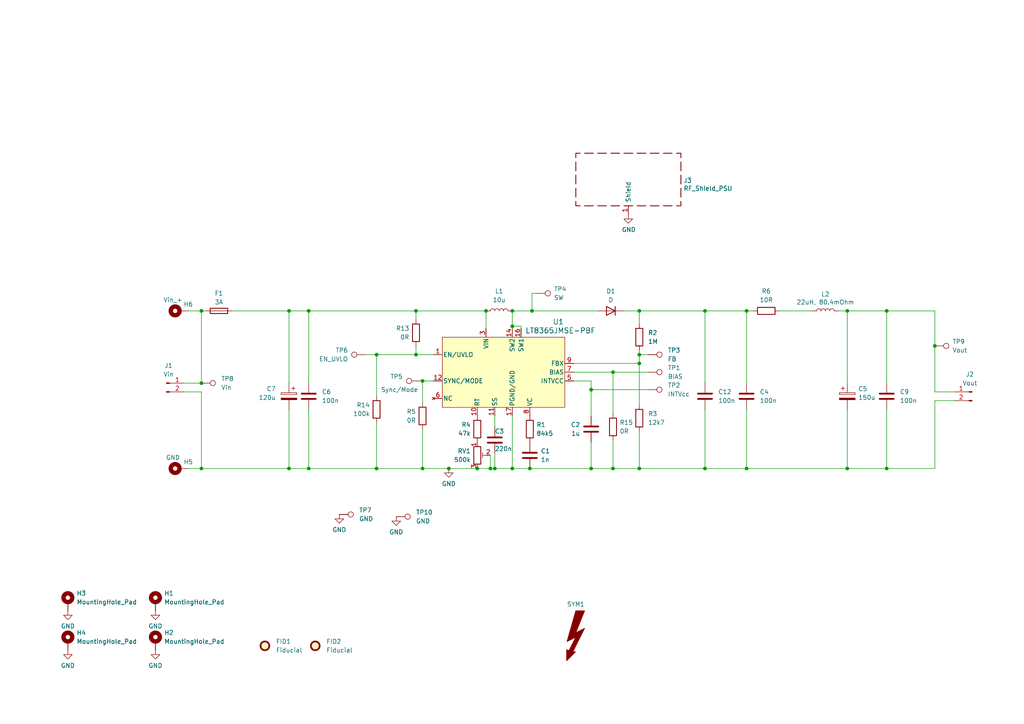
<source format=kicad_sch>
(kicad_sch
	(version 20231120)
	(generator "eeschema")
	(generator_version "8.0")
	(uuid "7c1c11a8-82d8-489c-ab8d-4e1261012c5f")
	(paper "A4")
	(title_block
		(date "2024-03-07")
		(rev "v1.0")
	)
	(lib_symbols
		(symbol "Connector:Conn_01x02_Pin"
			(pin_names
				(offset 1.016) hide)
			(exclude_from_sim no)
			(in_bom yes)
			(on_board yes)
			(property "Reference" "J"
				(at 0 2.54 0)
				(effects
					(font
						(size 1.27 1.27)
					)
				)
			)
			(property "Value" "Conn_01x02_Pin"
				(at 0 -5.08 0)
				(effects
					(font
						(size 1.27 1.27)
					)
				)
			)
			(property "Footprint" ""
				(at 0 0 0)
				(effects
					(font
						(size 1.27 1.27)
					)
					(hide yes)
				)
			)
			(property "Datasheet" "~"
				(at 0 0 0)
				(effects
					(font
						(size 1.27 1.27)
					)
					(hide yes)
				)
			)
			(property "Description" "Generic connector, single row, 01x02, script generated"
				(at 0 0 0)
				(effects
					(font
						(size 1.27 1.27)
					)
					(hide yes)
				)
			)
			(property "ki_locked" ""
				(at 0 0 0)
				(effects
					(font
						(size 1.27 1.27)
					)
				)
			)
			(property "ki_keywords" "connector"
				(at 0 0 0)
				(effects
					(font
						(size 1.27 1.27)
					)
					(hide yes)
				)
			)
			(property "ki_fp_filters" "Connector*:*_1x??_*"
				(at 0 0 0)
				(effects
					(font
						(size 1.27 1.27)
					)
					(hide yes)
				)
			)
			(symbol "Conn_01x02_Pin_1_1"
				(polyline
					(pts
						(xy 1.27 -2.54) (xy 0.8636 -2.54)
					)
					(stroke
						(width 0.1524)
						(type default)
					)
					(fill
						(type none)
					)
				)
				(polyline
					(pts
						(xy 1.27 0) (xy 0.8636 0)
					)
					(stroke
						(width 0.1524)
						(type default)
					)
					(fill
						(type none)
					)
				)
				(rectangle
					(start 0.8636 -2.413)
					(end 0 -2.667)
					(stroke
						(width 0.1524)
						(type default)
					)
					(fill
						(type outline)
					)
				)
				(rectangle
					(start 0.8636 0.127)
					(end 0 -0.127)
					(stroke
						(width 0.1524)
						(type default)
					)
					(fill
						(type outline)
					)
				)
				(pin passive line
					(at 5.08 0 180)
					(length 3.81)
					(name "Pin_1"
						(effects
							(font
								(size 1.27 1.27)
							)
						)
					)
					(number "1"
						(effects
							(font
								(size 1.27 1.27)
							)
						)
					)
				)
				(pin passive line
					(at 5.08 -2.54 180)
					(length 3.81)
					(name "Pin_2"
						(effects
							(font
								(size 1.27 1.27)
							)
						)
					)
					(number "2"
						(effects
							(font
								(size 1.27 1.27)
							)
						)
					)
				)
			)
		)
		(symbol "Connector:TestPoint"
			(pin_numbers hide)
			(pin_names
				(offset 0.762) hide)
			(exclude_from_sim no)
			(in_bom yes)
			(on_board yes)
			(property "Reference" "TP"
				(at 0 6.858 0)
				(effects
					(font
						(size 1.27 1.27)
					)
				)
			)
			(property "Value" "TestPoint"
				(at 0 5.08 0)
				(effects
					(font
						(size 1.27 1.27)
					)
				)
			)
			(property "Footprint" ""
				(at 5.08 0 0)
				(effects
					(font
						(size 1.27 1.27)
					)
					(hide yes)
				)
			)
			(property "Datasheet" "~"
				(at 5.08 0 0)
				(effects
					(font
						(size 1.27 1.27)
					)
					(hide yes)
				)
			)
			(property "Description" "test point"
				(at 0 0 0)
				(effects
					(font
						(size 1.27 1.27)
					)
					(hide yes)
				)
			)
			(property "ki_keywords" "test point tp"
				(at 0 0 0)
				(effects
					(font
						(size 1.27 1.27)
					)
					(hide yes)
				)
			)
			(property "ki_fp_filters" "Pin* Test*"
				(at 0 0 0)
				(effects
					(font
						(size 1.27 1.27)
					)
					(hide yes)
				)
			)
			(symbol "TestPoint_0_1"
				(circle
					(center 0 3.302)
					(radius 0.762)
					(stroke
						(width 0)
						(type default)
					)
					(fill
						(type none)
					)
				)
			)
			(symbol "TestPoint_1_1"
				(pin passive line
					(at 0 0 90)
					(length 2.54)
					(name "1"
						(effects
							(font
								(size 1.27 1.27)
							)
						)
					)
					(number "1"
						(effects
							(font
								(size 1.27 1.27)
							)
						)
					)
				)
			)
		)
		(symbol "Device:C"
			(pin_numbers hide)
			(pin_names
				(offset 0.254)
			)
			(exclude_from_sim no)
			(in_bom yes)
			(on_board yes)
			(property "Reference" "C"
				(at 0.635 2.54 0)
				(effects
					(font
						(size 1.27 1.27)
					)
					(justify left)
				)
			)
			(property "Value" "C"
				(at 0.635 -2.54 0)
				(effects
					(font
						(size 1.27 1.27)
					)
					(justify left)
				)
			)
			(property "Footprint" ""
				(at 0.9652 -3.81 0)
				(effects
					(font
						(size 1.27 1.27)
					)
					(hide yes)
				)
			)
			(property "Datasheet" "~"
				(at 0 0 0)
				(effects
					(font
						(size 1.27 1.27)
					)
					(hide yes)
				)
			)
			(property "Description" "Unpolarized capacitor"
				(at 0 0 0)
				(effects
					(font
						(size 1.27 1.27)
					)
					(hide yes)
				)
			)
			(property "ki_keywords" "cap capacitor"
				(at 0 0 0)
				(effects
					(font
						(size 1.27 1.27)
					)
					(hide yes)
				)
			)
			(property "ki_fp_filters" "C_*"
				(at 0 0 0)
				(effects
					(font
						(size 1.27 1.27)
					)
					(hide yes)
				)
			)
			(symbol "C_0_1"
				(polyline
					(pts
						(xy -2.032 -0.762) (xy 2.032 -0.762)
					)
					(stroke
						(width 0.508)
						(type default)
					)
					(fill
						(type none)
					)
				)
				(polyline
					(pts
						(xy -2.032 0.762) (xy 2.032 0.762)
					)
					(stroke
						(width 0.508)
						(type default)
					)
					(fill
						(type none)
					)
				)
			)
			(symbol "C_1_1"
				(pin passive line
					(at 0 3.81 270)
					(length 2.794)
					(name "~"
						(effects
							(font
								(size 1.27 1.27)
							)
						)
					)
					(number "1"
						(effects
							(font
								(size 1.27 1.27)
							)
						)
					)
				)
				(pin passive line
					(at 0 -3.81 90)
					(length 2.794)
					(name "~"
						(effects
							(font
								(size 1.27 1.27)
							)
						)
					)
					(number "2"
						(effects
							(font
								(size 1.27 1.27)
							)
						)
					)
				)
			)
		)
		(symbol "Device:C_Polarized"
			(pin_numbers hide)
			(pin_names
				(offset 0.254)
			)
			(exclude_from_sim no)
			(in_bom yes)
			(on_board yes)
			(property "Reference" "C"
				(at 0.635 2.54 0)
				(effects
					(font
						(size 1.27 1.27)
					)
					(justify left)
				)
			)
			(property "Value" "C_Polarized"
				(at 0.635 -2.54 0)
				(effects
					(font
						(size 1.27 1.27)
					)
					(justify left)
				)
			)
			(property "Footprint" ""
				(at 0.9652 -3.81 0)
				(effects
					(font
						(size 1.27 1.27)
					)
					(hide yes)
				)
			)
			(property "Datasheet" "~"
				(at 0 0 0)
				(effects
					(font
						(size 1.27 1.27)
					)
					(hide yes)
				)
			)
			(property "Description" "Polarized capacitor"
				(at 0 0 0)
				(effects
					(font
						(size 1.27 1.27)
					)
					(hide yes)
				)
			)
			(property "ki_keywords" "cap capacitor"
				(at 0 0 0)
				(effects
					(font
						(size 1.27 1.27)
					)
					(hide yes)
				)
			)
			(property "ki_fp_filters" "CP_*"
				(at 0 0 0)
				(effects
					(font
						(size 1.27 1.27)
					)
					(hide yes)
				)
			)
			(symbol "C_Polarized_0_1"
				(rectangle
					(start -2.286 0.508)
					(end 2.286 1.016)
					(stroke
						(width 0)
						(type default)
					)
					(fill
						(type none)
					)
				)
				(polyline
					(pts
						(xy -1.778 2.286) (xy -0.762 2.286)
					)
					(stroke
						(width 0)
						(type default)
					)
					(fill
						(type none)
					)
				)
				(polyline
					(pts
						(xy -1.27 2.794) (xy -1.27 1.778)
					)
					(stroke
						(width 0)
						(type default)
					)
					(fill
						(type none)
					)
				)
				(rectangle
					(start 2.286 -0.508)
					(end -2.286 -1.016)
					(stroke
						(width 0)
						(type default)
					)
					(fill
						(type outline)
					)
				)
			)
			(symbol "C_Polarized_1_1"
				(pin passive line
					(at 0 3.81 270)
					(length 2.794)
					(name "~"
						(effects
							(font
								(size 1.27 1.27)
							)
						)
					)
					(number "1"
						(effects
							(font
								(size 1.27 1.27)
							)
						)
					)
				)
				(pin passive line
					(at 0 -3.81 90)
					(length 2.794)
					(name "~"
						(effects
							(font
								(size 1.27 1.27)
							)
						)
					)
					(number "2"
						(effects
							(font
								(size 1.27 1.27)
							)
						)
					)
				)
			)
		)
		(symbol "Device:D"
			(pin_numbers hide)
			(pin_names
				(offset 1.016) hide)
			(exclude_from_sim no)
			(in_bom yes)
			(on_board yes)
			(property "Reference" "D"
				(at 0 2.54 0)
				(effects
					(font
						(size 1.27 1.27)
					)
				)
			)
			(property "Value" "D"
				(at 0 -2.54 0)
				(effects
					(font
						(size 1.27 1.27)
					)
				)
			)
			(property "Footprint" ""
				(at 0 0 0)
				(effects
					(font
						(size 1.27 1.27)
					)
					(hide yes)
				)
			)
			(property "Datasheet" "~"
				(at 0 0 0)
				(effects
					(font
						(size 1.27 1.27)
					)
					(hide yes)
				)
			)
			(property "Description" "Diode"
				(at 0 0 0)
				(effects
					(font
						(size 1.27 1.27)
					)
					(hide yes)
				)
			)
			(property "Sim.Device" "D"
				(at 0 0 0)
				(effects
					(font
						(size 1.27 1.27)
					)
					(hide yes)
				)
			)
			(property "Sim.Pins" "1=K 2=A"
				(at 0 0 0)
				(effects
					(font
						(size 1.27 1.27)
					)
					(hide yes)
				)
			)
			(property "ki_keywords" "diode"
				(at 0 0 0)
				(effects
					(font
						(size 1.27 1.27)
					)
					(hide yes)
				)
			)
			(property "ki_fp_filters" "TO-???* *_Diode_* *SingleDiode* D_*"
				(at 0 0 0)
				(effects
					(font
						(size 1.27 1.27)
					)
					(hide yes)
				)
			)
			(symbol "D_0_1"
				(polyline
					(pts
						(xy -1.27 1.27) (xy -1.27 -1.27)
					)
					(stroke
						(width 0.254)
						(type default)
					)
					(fill
						(type none)
					)
				)
				(polyline
					(pts
						(xy 1.27 0) (xy -1.27 0)
					)
					(stroke
						(width 0)
						(type default)
					)
					(fill
						(type none)
					)
				)
				(polyline
					(pts
						(xy 1.27 1.27) (xy 1.27 -1.27) (xy -1.27 0) (xy 1.27 1.27)
					)
					(stroke
						(width 0.254)
						(type default)
					)
					(fill
						(type none)
					)
				)
			)
			(symbol "D_1_1"
				(pin passive line
					(at -3.81 0 0)
					(length 2.54)
					(name "K"
						(effects
							(font
								(size 1.27 1.27)
							)
						)
					)
					(number "1"
						(effects
							(font
								(size 1.27 1.27)
							)
						)
					)
				)
				(pin passive line
					(at 3.81 0 180)
					(length 2.54)
					(name "A"
						(effects
							(font
								(size 1.27 1.27)
							)
						)
					)
					(number "2"
						(effects
							(font
								(size 1.27 1.27)
							)
						)
					)
				)
			)
		)
		(symbol "Device:Fuse"
			(pin_numbers hide)
			(pin_names
				(offset 0)
			)
			(exclude_from_sim no)
			(in_bom yes)
			(on_board yes)
			(property "Reference" "F"
				(at 2.032 0 90)
				(effects
					(font
						(size 1.27 1.27)
					)
				)
			)
			(property "Value" "Fuse"
				(at -1.905 0 90)
				(effects
					(font
						(size 1.27 1.27)
					)
				)
			)
			(property "Footprint" ""
				(at -1.778 0 90)
				(effects
					(font
						(size 1.27 1.27)
					)
					(hide yes)
				)
			)
			(property "Datasheet" "~"
				(at 0 0 0)
				(effects
					(font
						(size 1.27 1.27)
					)
					(hide yes)
				)
			)
			(property "Description" "Fuse"
				(at 0 0 0)
				(effects
					(font
						(size 1.27 1.27)
					)
					(hide yes)
				)
			)
			(property "ki_keywords" "fuse"
				(at 0 0 0)
				(effects
					(font
						(size 1.27 1.27)
					)
					(hide yes)
				)
			)
			(property "ki_fp_filters" "*Fuse*"
				(at 0 0 0)
				(effects
					(font
						(size 1.27 1.27)
					)
					(hide yes)
				)
			)
			(symbol "Fuse_0_1"
				(rectangle
					(start -0.762 -2.54)
					(end 0.762 2.54)
					(stroke
						(width 0.254)
						(type default)
					)
					(fill
						(type none)
					)
				)
				(polyline
					(pts
						(xy 0 2.54) (xy 0 -2.54)
					)
					(stroke
						(width 0)
						(type default)
					)
					(fill
						(type none)
					)
				)
			)
			(symbol "Fuse_1_1"
				(pin passive line
					(at 0 3.81 270)
					(length 1.27)
					(name "~"
						(effects
							(font
								(size 1.27 1.27)
							)
						)
					)
					(number "1"
						(effects
							(font
								(size 1.27 1.27)
							)
						)
					)
				)
				(pin passive line
					(at 0 -3.81 90)
					(length 1.27)
					(name "~"
						(effects
							(font
								(size 1.27 1.27)
							)
						)
					)
					(number "2"
						(effects
							(font
								(size 1.27 1.27)
							)
						)
					)
				)
			)
		)
		(symbol "Device:L"
			(pin_numbers hide)
			(pin_names
				(offset 1.016) hide)
			(exclude_from_sim no)
			(in_bom yes)
			(on_board yes)
			(property "Reference" "L"
				(at -1.27 0 90)
				(effects
					(font
						(size 1.27 1.27)
					)
				)
			)
			(property "Value" "L"
				(at 1.905 0 90)
				(effects
					(font
						(size 1.27 1.27)
					)
				)
			)
			(property "Footprint" ""
				(at 0 0 0)
				(effects
					(font
						(size 1.27 1.27)
					)
					(hide yes)
				)
			)
			(property "Datasheet" "~"
				(at 0 0 0)
				(effects
					(font
						(size 1.27 1.27)
					)
					(hide yes)
				)
			)
			(property "Description" "Inductor"
				(at 0 0 0)
				(effects
					(font
						(size 1.27 1.27)
					)
					(hide yes)
				)
			)
			(property "ki_keywords" "inductor choke coil reactor magnetic"
				(at 0 0 0)
				(effects
					(font
						(size 1.27 1.27)
					)
					(hide yes)
				)
			)
			(property "ki_fp_filters" "Choke_* *Coil* Inductor_* L_*"
				(at 0 0 0)
				(effects
					(font
						(size 1.27 1.27)
					)
					(hide yes)
				)
			)
			(symbol "L_0_1"
				(arc
					(start 0 -2.54)
					(mid 0.6323 -1.905)
					(end 0 -1.27)
					(stroke
						(width 0)
						(type default)
					)
					(fill
						(type none)
					)
				)
				(arc
					(start 0 -1.27)
					(mid 0.6323 -0.635)
					(end 0 0)
					(stroke
						(width 0)
						(type default)
					)
					(fill
						(type none)
					)
				)
				(arc
					(start 0 0)
					(mid 0.6323 0.635)
					(end 0 1.27)
					(stroke
						(width 0)
						(type default)
					)
					(fill
						(type none)
					)
				)
				(arc
					(start 0 1.27)
					(mid 0.6323 1.905)
					(end 0 2.54)
					(stroke
						(width 0)
						(type default)
					)
					(fill
						(type none)
					)
				)
			)
			(symbol "L_1_1"
				(pin passive line
					(at 0 3.81 270)
					(length 1.27)
					(name "1"
						(effects
							(font
								(size 1.27 1.27)
							)
						)
					)
					(number "1"
						(effects
							(font
								(size 1.27 1.27)
							)
						)
					)
				)
				(pin passive line
					(at 0 -3.81 90)
					(length 1.27)
					(name "2"
						(effects
							(font
								(size 1.27 1.27)
							)
						)
					)
					(number "2"
						(effects
							(font
								(size 1.27 1.27)
							)
						)
					)
				)
			)
		)
		(symbol "Device:R"
			(pin_numbers hide)
			(pin_names
				(offset 0)
			)
			(exclude_from_sim no)
			(in_bom yes)
			(on_board yes)
			(property "Reference" "R"
				(at 2.032 0 90)
				(effects
					(font
						(size 1.27 1.27)
					)
				)
			)
			(property "Value" "R"
				(at 0 0 90)
				(effects
					(font
						(size 1.27 1.27)
					)
				)
			)
			(property "Footprint" ""
				(at -1.778 0 90)
				(effects
					(font
						(size 1.27 1.27)
					)
					(hide yes)
				)
			)
			(property "Datasheet" "~"
				(at 0 0 0)
				(effects
					(font
						(size 1.27 1.27)
					)
					(hide yes)
				)
			)
			(property "Description" "Resistor"
				(at 0 0 0)
				(effects
					(font
						(size 1.27 1.27)
					)
					(hide yes)
				)
			)
			(property "ki_keywords" "R res resistor"
				(at 0 0 0)
				(effects
					(font
						(size 1.27 1.27)
					)
					(hide yes)
				)
			)
			(property "ki_fp_filters" "R_*"
				(at 0 0 0)
				(effects
					(font
						(size 1.27 1.27)
					)
					(hide yes)
				)
			)
			(symbol "R_0_1"
				(rectangle
					(start -1.016 -2.54)
					(end 1.016 2.54)
					(stroke
						(width 0.254)
						(type default)
					)
					(fill
						(type none)
					)
				)
			)
			(symbol "R_1_1"
				(pin passive line
					(at 0 3.81 270)
					(length 1.27)
					(name "~"
						(effects
							(font
								(size 1.27 1.27)
							)
						)
					)
					(number "1"
						(effects
							(font
								(size 1.27 1.27)
							)
						)
					)
				)
				(pin passive line
					(at 0 -3.81 90)
					(length 1.27)
					(name "~"
						(effects
							(font
								(size 1.27 1.27)
							)
						)
					)
					(number "2"
						(effects
							(font
								(size 1.27 1.27)
							)
						)
					)
				)
			)
		)
		(symbol "Device:RFShield_OnePiece"
			(pin_names
				(offset 1.016)
			)
			(exclude_from_sim no)
			(in_bom yes)
			(on_board yes)
			(property "Reference" "J"
				(at 0 5.08 0)
				(effects
					(font
						(size 1.27 1.27)
					)
				)
			)
			(property "Value" "RFShield_OnePiece"
				(at 0 2.54 0)
				(effects
					(font
						(size 1.27 1.27)
					)
				)
			)
			(property "Footprint" ""
				(at 0 -2.54 0)
				(effects
					(font
						(size 1.27 1.27)
					)
					(hide yes)
				)
			)
			(property "Datasheet" "~"
				(at 0 -2.54 0)
				(effects
					(font
						(size 1.27 1.27)
					)
					(hide yes)
				)
			)
			(property "Description" "One-piece EMI RF shielding cabinet"
				(at 0 0 0)
				(effects
					(font
						(size 1.27 1.27)
					)
					(hide yes)
				)
			)
			(property "ki_keywords" "RF EMI shielding cabinet"
				(at 0 0 0)
				(effects
					(font
						(size 1.27 1.27)
					)
					(hide yes)
				)
			)
			(symbol "RFShield_OnePiece_0_1"
				(polyline
					(pts
						(xy -15.24 -5.08) (xy -15.24 -2.54)
					)
					(stroke
						(width 0.254)
						(type default)
					)
					(fill
						(type none)
					)
				)
				(polyline
					(pts
						(xy -15.24 -1.27) (xy -15.24 1.27)
					)
					(stroke
						(width 0.254)
						(type default)
					)
					(fill
						(type none)
					)
				)
				(polyline
					(pts
						(xy -15.24 2.54) (xy -15.24 5.08)
					)
					(stroke
						(width 0.254)
						(type default)
					)
					(fill
						(type none)
					)
				)
				(polyline
					(pts
						(xy -12.7 7.62) (xy -10.16 7.62)
					)
					(stroke
						(width 0.254)
						(type default)
					)
					(fill
						(type none)
					)
				)
				(polyline
					(pts
						(xy -10.16 -7.62) (xy -12.7 -7.62)
					)
					(stroke
						(width 0.254)
						(type default)
					)
					(fill
						(type none)
					)
				)
				(polyline
					(pts
						(xy -6.35 -7.62) (xy -8.89 -7.62)
					)
					(stroke
						(width 0.254)
						(type default)
					)
					(fill
						(type none)
					)
				)
				(polyline
					(pts
						(xy -6.35 7.62) (xy -8.89 7.62)
					)
					(stroke
						(width 0.254)
						(type default)
					)
					(fill
						(type none)
					)
				)
				(polyline
					(pts
						(xy -2.54 -7.62) (xy -5.08 -7.62)
					)
					(stroke
						(width 0.254)
						(type default)
					)
					(fill
						(type none)
					)
				)
				(polyline
					(pts
						(xy -2.54 7.62) (xy -5.08 7.62)
					)
					(stroke
						(width 0.254)
						(type default)
					)
					(fill
						(type none)
					)
				)
				(polyline
					(pts
						(xy -1.27 -7.62) (xy 1.27 -7.62)
					)
					(stroke
						(width 0.254)
						(type default)
					)
					(fill
						(type none)
					)
				)
				(polyline
					(pts
						(xy 1.27 7.62) (xy -1.27 7.62)
					)
					(stroke
						(width 0.254)
						(type default)
					)
					(fill
						(type none)
					)
				)
				(polyline
					(pts
						(xy 2.54 -7.62) (xy 5.08 -7.62)
					)
					(stroke
						(width 0.254)
						(type default)
					)
					(fill
						(type none)
					)
				)
				(polyline
					(pts
						(xy 5.08 7.62) (xy 2.54 7.62)
					)
					(stroke
						(width 0.254)
						(type default)
					)
					(fill
						(type none)
					)
				)
				(polyline
					(pts
						(xy 6.35 -7.62) (xy 8.89 -7.62)
					)
					(stroke
						(width 0.254)
						(type default)
					)
					(fill
						(type none)
					)
				)
				(polyline
					(pts
						(xy 8.89 7.62) (xy 6.35 7.62)
					)
					(stroke
						(width 0.254)
						(type default)
					)
					(fill
						(type none)
					)
				)
				(polyline
					(pts
						(xy 10.16 -7.62) (xy 12.7 -7.62)
					)
					(stroke
						(width 0.254)
						(type default)
					)
					(fill
						(type none)
					)
				)
				(polyline
					(pts
						(xy 12.7 7.62) (xy 10.16 7.62)
					)
					(stroke
						(width 0.254)
						(type default)
					)
					(fill
						(type none)
					)
				)
				(polyline
					(pts
						(xy 15.24 -5.08) (xy 15.24 -2.54)
					)
					(stroke
						(width 0.254)
						(type default)
					)
					(fill
						(type none)
					)
				)
				(polyline
					(pts
						(xy 15.24 -1.27) (xy 15.24 1.27)
					)
					(stroke
						(width 0.254)
						(type default)
					)
					(fill
						(type none)
					)
				)
				(polyline
					(pts
						(xy 15.24 2.54) (xy 15.24 5.08)
					)
					(stroke
						(width 0.254)
						(type default)
					)
					(fill
						(type none)
					)
				)
				(polyline
					(pts
						(xy -15.24 6.35) (xy -15.24 7.62) (xy -13.97 7.62)
					)
					(stroke
						(width 0.254)
						(type default)
					)
					(fill
						(type none)
					)
				)
				(polyline
					(pts
						(xy -13.97 -7.62) (xy -15.24 -7.62) (xy -15.24 -6.35)
					)
					(stroke
						(width 0.254)
						(type default)
					)
					(fill
						(type none)
					)
				)
				(polyline
					(pts
						(xy 13.97 -7.62) (xy 15.24 -7.62) (xy 15.24 -6.35)
					)
					(stroke
						(width 0.254)
						(type default)
					)
					(fill
						(type none)
					)
				)
				(polyline
					(pts
						(xy 15.24 6.35) (xy 15.24 7.62) (xy 13.97 7.62)
					)
					(stroke
						(width 0.254)
						(type default)
					)
					(fill
						(type none)
					)
				)
			)
			(symbol "RFShield_OnePiece_1_1"
				(pin passive line
					(at 0 -10.16 90)
					(length 2.54)
					(name "Shield"
						(effects
							(font
								(size 1.27 1.27)
							)
						)
					)
					(number "1"
						(effects
							(font
								(size 1.27 1.27)
							)
						)
					)
				)
			)
		)
		(symbol "Device:R_Potentiometer_Trim"
			(pin_names
				(offset 1.016) hide)
			(exclude_from_sim no)
			(in_bom yes)
			(on_board yes)
			(property "Reference" "RV"
				(at -4.445 0 90)
				(effects
					(font
						(size 1.27 1.27)
					)
				)
			)
			(property "Value" "R_Potentiometer_Trim"
				(at -2.54 0 90)
				(effects
					(font
						(size 1.27 1.27)
					)
				)
			)
			(property "Footprint" ""
				(at 0 0 0)
				(effects
					(font
						(size 1.27 1.27)
					)
					(hide yes)
				)
			)
			(property "Datasheet" "~"
				(at 0 0 0)
				(effects
					(font
						(size 1.27 1.27)
					)
					(hide yes)
				)
			)
			(property "Description" "Trim-potentiometer"
				(at 0 0 0)
				(effects
					(font
						(size 1.27 1.27)
					)
					(hide yes)
				)
			)
			(property "ki_keywords" "resistor variable trimpot trimmer"
				(at 0 0 0)
				(effects
					(font
						(size 1.27 1.27)
					)
					(hide yes)
				)
			)
			(property "ki_fp_filters" "Potentiometer*"
				(at 0 0 0)
				(effects
					(font
						(size 1.27 1.27)
					)
					(hide yes)
				)
			)
			(symbol "R_Potentiometer_Trim_0_1"
				(polyline
					(pts
						(xy 1.524 0.762) (xy 1.524 -0.762)
					)
					(stroke
						(width 0)
						(type default)
					)
					(fill
						(type none)
					)
				)
				(polyline
					(pts
						(xy 2.54 0) (xy 1.524 0)
					)
					(stroke
						(width 0)
						(type default)
					)
					(fill
						(type none)
					)
				)
				(rectangle
					(start 1.016 2.54)
					(end -1.016 -2.54)
					(stroke
						(width 0.254)
						(type default)
					)
					(fill
						(type none)
					)
				)
			)
			(symbol "R_Potentiometer_Trim_1_1"
				(pin passive line
					(at 0 3.81 270)
					(length 1.27)
					(name "1"
						(effects
							(font
								(size 1.27 1.27)
							)
						)
					)
					(number "1"
						(effects
							(font
								(size 1.27 1.27)
							)
						)
					)
				)
				(pin passive line
					(at 3.81 0 180)
					(length 1.27)
					(name "2"
						(effects
							(font
								(size 1.27 1.27)
							)
						)
					)
					(number "2"
						(effects
							(font
								(size 1.27 1.27)
							)
						)
					)
				)
				(pin passive line
					(at 0 -3.81 90)
					(length 1.27)
					(name "3"
						(effects
							(font
								(size 1.27 1.27)
							)
						)
					)
					(number "3"
						(effects
							(font
								(size 1.27 1.27)
							)
						)
					)
				)
			)
		)
		(symbol "Graphic:SYM_Flash_XLarge"
			(exclude_from_sim no)
			(in_bom no)
			(on_board no)
			(property "Reference" "#SYM"
				(at -3.81 0 90)
				(effects
					(font
						(size 1.27 1.27)
					)
					(hide yes)
				)
			)
			(property "Value" "SYM_Flash_XLarge"
				(at 3.81 0 90)
				(effects
					(font
						(size 1.27 1.27)
					)
					(hide yes)
				)
			)
			(property "Footprint" ""
				(at 0 -0.635 0)
				(effects
					(font
						(size 1.27 1.27)
					)
					(hide yes)
				)
			)
			(property "Datasheet" "~"
				(at 10.16 -2.54 0)
				(effects
					(font
						(size 1.27 1.27)
					)
					(hide yes)
				)
			)
			(property "Description" "Flash symbol, extra large"
				(at 0 0 0)
				(effects
					(font
						(size 1.27 1.27)
					)
					(hide yes)
				)
			)
			(property "Sim.Enable" "0"
				(at 0 0 0)
				(effects
					(font
						(size 1.27 1.27)
					)
					(hide yes)
				)
			)
			(property "ki_keywords" "graphic symbol flash VAC 220VAC 110VAC power"
				(at 0 0 0)
				(effects
					(font
						(size 1.27 1.27)
					)
					(hide yes)
				)
			)
			(symbol "SYM_Flash_XLarge_0_1"
				(polyline
					(pts
						(xy -0.127 -3.683) (xy -2.667 -3.048) (xy -2.667 -6.223) (xy -0.127 -3.683)
					)
					(stroke
						(width 0.2032)
						(type default)
					)
					(fill
						(type outline)
					)
				)
				(polyline
					(pts
						(xy 0 8.255) (xy 1.27 8.255) (xy 2.54 8.255) (xy 0 1.905) (xy 2.54 3.175) (xy -1.27 -4.445) (xy -2.54 -4.445)
						(xy 0 0.635) (xy -2.54 -0.635) (xy 0 8.255)
					)
					(stroke
						(width 0.2032)
						(type default)
					)
					(fill
						(type outline)
					)
				)
			)
		)
		(symbol "Mechanical:Fiducial"
			(exclude_from_sim no)
			(in_bom yes)
			(on_board yes)
			(property "Reference" "FID"
				(at 0 5.08 0)
				(effects
					(font
						(size 1.27 1.27)
					)
				)
			)
			(property "Value" "Fiducial"
				(at 0 3.175 0)
				(effects
					(font
						(size 1.27 1.27)
					)
				)
			)
			(property "Footprint" ""
				(at 0 0 0)
				(effects
					(font
						(size 1.27 1.27)
					)
					(hide yes)
				)
			)
			(property "Datasheet" "~"
				(at 0 0 0)
				(effects
					(font
						(size 1.27 1.27)
					)
					(hide yes)
				)
			)
			(property "Description" "Fiducial Marker"
				(at 0 0 0)
				(effects
					(font
						(size 1.27 1.27)
					)
					(hide yes)
				)
			)
			(property "ki_keywords" "fiducial marker"
				(at 0 0 0)
				(effects
					(font
						(size 1.27 1.27)
					)
					(hide yes)
				)
			)
			(property "ki_fp_filters" "Fiducial*"
				(at 0 0 0)
				(effects
					(font
						(size 1.27 1.27)
					)
					(hide yes)
				)
			)
			(symbol "Fiducial_0_1"
				(circle
					(center 0 0)
					(radius 1.27)
					(stroke
						(width 0.508)
						(type default)
					)
					(fill
						(type background)
					)
				)
			)
		)
		(symbol "Mechanical:MountingHole_Pad"
			(pin_numbers hide)
			(pin_names
				(offset 1.016) hide)
			(exclude_from_sim no)
			(in_bom yes)
			(on_board yes)
			(property "Reference" "H"
				(at 0 6.35 0)
				(effects
					(font
						(size 1.27 1.27)
					)
				)
			)
			(property "Value" "MountingHole_Pad"
				(at 0 4.445 0)
				(effects
					(font
						(size 1.27 1.27)
					)
				)
			)
			(property "Footprint" ""
				(at 0 0 0)
				(effects
					(font
						(size 1.27 1.27)
					)
					(hide yes)
				)
			)
			(property "Datasheet" "~"
				(at 0 0 0)
				(effects
					(font
						(size 1.27 1.27)
					)
					(hide yes)
				)
			)
			(property "Description" "Mounting Hole with connection"
				(at 0 0 0)
				(effects
					(font
						(size 1.27 1.27)
					)
					(hide yes)
				)
			)
			(property "ki_keywords" "mounting hole"
				(at 0 0 0)
				(effects
					(font
						(size 1.27 1.27)
					)
					(hide yes)
				)
			)
			(property "ki_fp_filters" "MountingHole*Pad*"
				(at 0 0 0)
				(effects
					(font
						(size 1.27 1.27)
					)
					(hide yes)
				)
			)
			(symbol "MountingHole_Pad_0_1"
				(circle
					(center 0 1.27)
					(radius 1.27)
					(stroke
						(width 1.27)
						(type default)
					)
					(fill
						(type none)
					)
				)
			)
			(symbol "MountingHole_Pad_1_1"
				(pin input line
					(at 0 -2.54 90)
					(length 2.54)
					(name "1"
						(effects
							(font
								(size 1.27 1.27)
							)
						)
					)
					(number "1"
						(effects
							(font
								(size 1.27 1.27)
							)
						)
					)
				)
			)
		)
		(symbol "Mechanical:MountingHole_Pad_MP"
			(pin_numbers hide)
			(pin_names
				(offset 1.016) hide)
			(exclude_from_sim yes)
			(in_bom no)
			(on_board yes)
			(property "Reference" "H"
				(at 0 6.35 0)
				(effects
					(font
						(size 1.27 1.27)
					)
				)
			)
			(property "Value" "MountingHole_Pad_MP"
				(at 0 4.445 0)
				(effects
					(font
						(size 1.27 1.27)
					)
				)
			)
			(property "Footprint" ""
				(at 0 0 0)
				(effects
					(font
						(size 1.27 1.27)
					)
					(hide yes)
				)
			)
			(property "Datasheet" "~"
				(at 0 0 0)
				(effects
					(font
						(size 1.27 1.27)
					)
					(hide yes)
				)
			)
			(property "Description" "Mounting Hole with connection as pad named MP"
				(at 0 0 0)
				(effects
					(font
						(size 1.27 1.27)
					)
					(hide yes)
				)
			)
			(property "ki_keywords" "mounting hole"
				(at 0 0 0)
				(effects
					(font
						(size 1.27 1.27)
					)
					(hide yes)
				)
			)
			(property "ki_fp_filters" "MountingHole*Pad*"
				(at 0 0 0)
				(effects
					(font
						(size 1.27 1.27)
					)
					(hide yes)
				)
			)
			(symbol "MountingHole_Pad_MP_0_1"
				(circle
					(center 0 1.27)
					(radius 1.27)
					(stroke
						(width 1.27)
						(type default)
					)
					(fill
						(type none)
					)
				)
			)
			(symbol "MountingHole_Pad_MP_1_1"
				(pin input line
					(at 0 -2.54 90)
					(length 2.54)
					(name "MP"
						(effects
							(font
								(size 1.27 1.27)
							)
						)
					)
					(number "MP"
						(effects
							(font
								(size 1.27 1.27)
							)
						)
					)
				)
			)
		)
		(symbol "hv_converter:LT8365JMSE-PBF"
			(pin_names
				(offset 0.254)
			)
			(exclude_from_sim no)
			(in_bom yes)
			(on_board yes)
			(property "Reference" "U"
				(at -20.32 12.7 0)
				(effects
					(font
						(size 1.524 1.524)
					)
				)
			)
			(property "Value" "LT8365JMSE-PBF"
				(at -20.32 10.16 0)
				(effects
					(font
						(size 1.524 1.524)
					)
				)
			)
			(property "Footprint" "hv_converter:05-08-1871_ADI-M"
				(at 0 -30.48 0)
				(effects
					(font
						(size 1.27 1.27)
						(italic yes)
					)
					(hide yes)
				)
			)
			(property "Datasheet" "LT8365JMSE-PBF"
				(at 0 -33.02 0)
				(effects
					(font
						(size 1.27 1.27)
						(italic yes)
					)
					(hide yes)
				)
			)
			(property "Description" ""
				(at 0 0 0)
				(effects
					(font
						(size 1.27 1.27)
					)
					(hide yes)
				)
			)
			(property "ki_keywords" "LT8365JMSE#PBF"
				(at 0 0 0)
				(effects
					(font
						(size 1.27 1.27)
					)
					(hide yes)
				)
			)
			(property "ki_fp_filters" "05-08-1871_ADI 05-08-1871_ADI-M 05-08-1871_ADI-L"
				(at 0 0 0)
				(effects
					(font
						(size 1.27 1.27)
					)
					(hide yes)
				)
			)
			(symbol "LT8365JMSE-PBF_0_1"
				(pin unspecified line
					(at -20.32 2.54 0)
					(length 2.54)
					(name "EN/UVLO"
						(effects
							(font
								(size 1.27 1.27)
							)
						)
					)
					(number "1"
						(effects
							(font
								(size 1.27 1.27)
							)
						)
					)
				)
				(pin unspecified line
					(at -7.62 -15.24 90)
					(length 2.54)
					(name "RT"
						(effects
							(font
								(size 1.27 1.27)
							)
						)
					)
					(number "10"
						(effects
							(font
								(size 1.27 1.27)
							)
						)
					)
				)
				(pin unspecified line
					(at -2.54 -15.24 90)
					(length 2.54)
					(name "SS"
						(effects
							(font
								(size 1.27 1.27)
							)
						)
					)
					(number "11"
						(effects
							(font
								(size 1.27 1.27)
							)
						)
					)
				)
				(pin unspecified line
					(at -20.32 -5.08 0)
					(length 2.54)
					(name "SYNC/MODE"
						(effects
							(font
								(size 1.27 1.27)
							)
						)
					)
					(number "12"
						(effects
							(font
								(size 1.27 1.27)
							)
						)
					)
				)
				(pin power_in line
					(at 5.08 10.16 270)
					(length 2.54)
					(name "SW1"
						(effects
							(font
								(size 1.27 1.27)
							)
						)
					)
					(number "16"
						(effects
							(font
								(size 1.27 1.27)
							)
						)
					)
				)
				(pin power_out line
					(at 2.54 -15.24 90)
					(length 2.54)
					(name "PGND/GND"
						(effects
							(font
								(size 1.27 1.27)
							)
						)
					)
					(number "17"
						(effects
							(font
								(size 1.27 1.27)
							)
						)
					)
				)
				(pin power_in line
					(at -5.08 10.16 270)
					(length 2.54)
					(name "VIN"
						(effects
							(font
								(size 1.27 1.27)
							)
						)
					)
					(number "3"
						(effects
							(font
								(size 1.27 1.27)
							)
						)
					)
				)
				(pin power_in line
					(at 20.32 -5.08 180)
					(length 2.54)
					(name "INTVCC"
						(effects
							(font
								(size 1.27 1.27)
							)
						)
					)
					(number "5"
						(effects
							(font
								(size 1.27 1.27)
							)
						)
					)
				)
				(pin no_connect line
					(at -20.32 -10.16 0)
					(length 2.54)
					(name "NC"
						(effects
							(font
								(size 1.27 1.27)
							)
						)
					)
					(number "6"
						(effects
							(font
								(size 1.27 1.27)
							)
						)
					)
				)
				(pin power_in line
					(at 20.32 -2.54 180)
					(length 2.54)
					(name "BIAS"
						(effects
							(font
								(size 1.27 1.27)
							)
						)
					)
					(number "7"
						(effects
							(font
								(size 1.27 1.27)
							)
						)
					)
				)
				(pin output line
					(at 7.62 -15.24 90)
					(length 2.54)
					(name "VC"
						(effects
							(font
								(size 1.27 1.27)
							)
						)
					)
					(number "8"
						(effects
							(font
								(size 1.27 1.27)
							)
						)
					)
				)
				(pin unspecified line
					(at 20.32 0 180)
					(length 2.54)
					(name "FBX"
						(effects
							(font
								(size 1.27 1.27)
							)
						)
					)
					(number "9"
						(effects
							(font
								(size 1.27 1.27)
							)
						)
					)
				)
			)
			(symbol "LT8365JMSE-PBF_1_1"
				(rectangle
					(start -17.78 7.62)
					(end 17.78 -12.7)
					(stroke
						(width 0)
						(type default)
					)
					(fill
						(type background)
					)
				)
				(pin power_in line
					(at 2.54 10.16 270)
					(length 2.54)
					(name "SW2"
						(effects
							(font
								(size 1.27 1.27)
							)
						)
					)
					(number "14"
						(effects
							(font
								(size 1.27 1.27)
							)
						)
					)
				)
			)
		)
		(symbol "power:GND"
			(power)
			(pin_names
				(offset 0)
			)
			(exclude_from_sim no)
			(in_bom yes)
			(on_board yes)
			(property "Reference" "#PWR"
				(at 0 -6.35 0)
				(effects
					(font
						(size 1.27 1.27)
					)
					(hide yes)
				)
			)
			(property "Value" "GND"
				(at 0 -3.81 0)
				(effects
					(font
						(size 1.27 1.27)
					)
				)
			)
			(property "Footprint" ""
				(at 0 0 0)
				(effects
					(font
						(size 1.27 1.27)
					)
					(hide yes)
				)
			)
			(property "Datasheet" ""
				(at 0 0 0)
				(effects
					(font
						(size 1.27 1.27)
					)
					(hide yes)
				)
			)
			(property "Description" "Power symbol creates a global label with name \"GND\" , ground"
				(at 0 0 0)
				(effects
					(font
						(size 1.27 1.27)
					)
					(hide yes)
				)
			)
			(property "ki_keywords" "global power"
				(at 0 0 0)
				(effects
					(font
						(size 1.27 1.27)
					)
					(hide yes)
				)
			)
			(symbol "GND_0_1"
				(polyline
					(pts
						(xy 0 0) (xy 0 -1.27) (xy 1.27 -1.27) (xy 0 -2.54) (xy -1.27 -1.27) (xy 0 -1.27)
					)
					(stroke
						(width 0)
						(type default)
					)
					(fill
						(type none)
					)
				)
			)
			(symbol "GND_1_1"
				(pin power_in line
					(at 0 0 270)
					(length 0) hide
					(name "GND"
						(effects
							(font
								(size 1.27 1.27)
							)
						)
					)
					(number "1"
						(effects
							(font
								(size 1.27 1.27)
							)
						)
					)
				)
			)
		)
	)
	(junction
		(at 185.42 105.41)
		(diameter 0)
		(color 0 0 0 0)
		(uuid "0245b8eb-e1b2-41ce-ae17-75df3624a0ae")
	)
	(junction
		(at 171.45 135.89)
		(diameter 0)
		(color 0 0 0 0)
		(uuid "029c7730-ca74-4e1f-8352-3a47dcc7eaaa")
	)
	(junction
		(at 171.45 113.03)
		(diameter 0)
		(color 0 0 0 0)
		(uuid "0ee27818-31f4-4700-86c5-1c85c171291e")
	)
	(junction
		(at 142.24 135.89)
		(diameter 0)
		(color 0 0 0 0)
		(uuid "11dbcedd-b3f3-432c-bc40-470ea48faa99")
	)
	(junction
		(at 83.82 90.17)
		(diameter 0)
		(color 0 0 0 0)
		(uuid "19af89fc-c673-43c7-ac9d-d4ca8a24bdd7")
	)
	(junction
		(at 177.8 135.89)
		(diameter 0)
		(color 0 0 0 0)
		(uuid "24fd942f-a70c-4ea7-b148-bbfc4220e3bd")
	)
	(junction
		(at 120.65 90.17)
		(diameter 0)
		(color 0 0 0 0)
		(uuid "2524b347-36a3-4a0d-b086-71377d91e1ae")
	)
	(junction
		(at 58.42 135.89)
		(diameter 0)
		(color 0 0 0 0)
		(uuid "27ae7cf8-5c4b-4197-b48f-989c74f21bf3")
	)
	(junction
		(at 204.47 135.89)
		(diameter 0)
		(color 0 0 0 0)
		(uuid "32221247-a466-49e1-9d96-3438eb5b1754")
	)
	(junction
		(at 122.555 110.49)
		(diameter 0)
		(color 0 0 0 0)
		(uuid "40aa2d18-6172-434a-9baf-1c53e6e06bd7")
	)
	(junction
		(at 109.22 102.87)
		(diameter 0)
		(color 0 0 0 0)
		(uuid "439f7dad-0a22-48ee-b25d-63ae00f74e91")
	)
	(junction
		(at 177.8 107.95)
		(diameter 0)
		(color 0 0 0 0)
		(uuid "4f372118-361e-49e5-b72c-8cdbab2307e0")
	)
	(junction
		(at 122.555 135.89)
		(diameter 0)
		(color 0 0 0 0)
		(uuid "516411e0-5164-4d51-811c-b90d2d62f640")
	)
	(junction
		(at 271.145 100.33)
		(diameter 0)
		(color 0 0 0 0)
		(uuid "523bb8dc-4334-4b58-901a-6c229d906dde")
	)
	(junction
		(at 185.42 102.87)
		(diameter 0)
		(color 0 0 0 0)
		(uuid "59c902a0-0e17-4306-9b83-29905d57ef60")
	)
	(junction
		(at 245.745 90.17)
		(diameter 0)
		(color 0 0 0 0)
		(uuid "647c5f57-24fa-4b92-a5f4-d534b433c75b")
	)
	(junction
		(at 58.42 111.125)
		(diameter 0)
		(color 0 0 0 0)
		(uuid "6591762b-8808-4863-b824-819443432872")
	)
	(junction
		(at 216.535 135.89)
		(diameter 0)
		(color 0 0 0 0)
		(uuid "6b9fafbd-dd73-4c53-8589-91059e75f240")
	)
	(junction
		(at 83.82 135.89)
		(diameter 0)
		(color 0 0 0 0)
		(uuid "6c5f79a7-a3ce-4ee0-804a-525468ee0ea6")
	)
	(junction
		(at 58.42 90.17)
		(diameter 0)
		(color 0 0 0 0)
		(uuid "6ee2dcc9-d043-4baf-8cb6-d3427e1f8ea8")
	)
	(junction
		(at 257.175 90.17)
		(diameter 0)
		(color 0 0 0 0)
		(uuid "73a4f60e-980d-4fb6-adff-c212d9029c9a")
	)
	(junction
		(at 245.745 135.89)
		(diameter 0)
		(color 0 0 0 0)
		(uuid "78581921-de1d-43b6-86ec-bf6dfb47b710")
	)
	(junction
		(at 138.43 135.89)
		(diameter 0)
		(color 0 0 0 0)
		(uuid "7a3ac726-6fae-4424-ae24-1e09c2ed6c34")
	)
	(junction
		(at 204.47 90.17)
		(diameter 0)
		(color 0 0 0 0)
		(uuid "83d0e608-19ab-40d1-a273-c27970ba39fa")
	)
	(junction
		(at 148.59 94.615)
		(diameter 0)
		(color 0 0 0 0)
		(uuid "8a3e1c77-11ab-4458-95f1-29a66f7e320d")
	)
	(junction
		(at 109.22 135.89)
		(diameter 0)
		(color 0 0 0 0)
		(uuid "8e787411-350a-48a6-b57c-860c3be7d530")
	)
	(junction
		(at 143.51 135.89)
		(diameter 0)
		(color 0 0 0 0)
		(uuid "b2b55c10-3ee3-40f8-a16a-5861a309dc7e")
	)
	(junction
		(at 89.535 90.17)
		(diameter 0)
		(color 0 0 0 0)
		(uuid "b6cbe0ef-f396-4b4b-8523-894547ff80e0")
	)
	(junction
		(at 148.59 90.17)
		(diameter 0)
		(color 0 0 0 0)
		(uuid "c300cd28-3c25-49e6-8c8c-687d34694349")
	)
	(junction
		(at 154.305 90.17)
		(diameter 0)
		(color 0 0 0 0)
		(uuid "c976da96-1b2c-4f0d-b609-598692ac4854")
	)
	(junction
		(at 140.97 90.17)
		(diameter 0)
		(color 0 0 0 0)
		(uuid "cd72c132-4e88-4ad5-a2a4-0c4054ae58f7")
	)
	(junction
		(at 148.59 135.89)
		(diameter 0)
		(color 0 0 0 0)
		(uuid "e2b182f8-ed0b-4c1d-b15b-73f916194318")
	)
	(junction
		(at 216.535 90.17)
		(diameter 0)
		(color 0 0 0 0)
		(uuid "e35471a5-d390-4a28-bbf8-3a17fbdc3da0")
	)
	(junction
		(at 89.535 135.89)
		(diameter 0)
		(color 0 0 0 0)
		(uuid "e910c47e-ddce-443a-af0f-f8c56f0b4a2f")
	)
	(junction
		(at 257.175 135.89)
		(diameter 0)
		(color 0 0 0 0)
		(uuid "eaea1e9c-6554-40da-bd4c-352b2f8fb8ed")
	)
	(junction
		(at 120.65 102.87)
		(diameter 0)
		(color 0 0 0 0)
		(uuid "ee1884da-817e-4b15-b7af-e5271034a66a")
	)
	(junction
		(at 185.42 135.89)
		(diameter 0)
		(color 0 0 0 0)
		(uuid "f13b0648-9dbb-4e62-96ee-f299626d4fc3")
	)
	(junction
		(at 153.67 135.89)
		(diameter 0)
		(color 0 0 0 0)
		(uuid "f2ba9f5d-eeee-4fef-9bd6-33540837b39b")
	)
	(junction
		(at 185.42 90.17)
		(diameter 0)
		(color 0 0 0 0)
		(uuid "f391d2d1-018b-4f28-b285-13b3756a8b26")
	)
	(junction
		(at 130.175 135.89)
		(diameter 0)
		(color 0 0 0 0)
		(uuid "fc03d5de-20ff-4eb1-b1b1-a5d967962ca9")
	)
	(wire
		(pts
			(xy 58.42 113.665) (xy 58.42 135.89)
		)
		(stroke
			(width 0)
			(type default)
		)
		(uuid "04967851-4c6d-4921-a01c-edc91fbab240")
	)
	(wire
		(pts
			(xy 153.67 135.89) (xy 171.45 135.89)
		)
		(stroke
			(width 0)
			(type default)
		)
		(uuid "057f67e2-f00a-4ae8-92d3-484f37903915")
	)
	(wire
		(pts
			(xy 185.42 101.6) (xy 185.42 102.87)
		)
		(stroke
			(width 0)
			(type default)
		)
		(uuid "0b226725-ec7f-4e62-9531-1181511e9c3c")
	)
	(wire
		(pts
			(xy 89.535 90.17) (xy 120.65 90.17)
		)
		(stroke
			(width 0)
			(type default)
		)
		(uuid "0bb38e2a-b226-4a68-bcf9-5645aa3ae81e")
	)
	(wire
		(pts
			(xy 143.51 131.445) (xy 143.51 135.89)
		)
		(stroke
			(width 0)
			(type default)
		)
		(uuid "0de419a9-8c23-455c-8c24-c4ac35355114")
	)
	(wire
		(pts
			(xy 109.22 102.87) (xy 109.22 114.935)
		)
		(stroke
			(width 0)
			(type default)
		)
		(uuid "12dbba5e-c0fa-4353-bd3c-ff7df20b196d")
	)
	(wire
		(pts
			(xy 122.555 110.49) (xy 122.555 116.84)
		)
		(stroke
			(width 0)
			(type default)
		)
		(uuid "15e4cb4e-b36d-4073-8a95-2dc48847ab8d")
	)
	(wire
		(pts
			(xy 216.535 135.89) (xy 204.47 135.89)
		)
		(stroke
			(width 0)
			(type default)
		)
		(uuid "1653db56-2d47-4109-8e6d-5be15ea4edeb")
	)
	(wire
		(pts
			(xy 271.145 113.665) (xy 271.145 100.33)
		)
		(stroke
			(width 0)
			(type default)
		)
		(uuid "1a3bc0ed-7d9e-4cb7-b9ba-7e07dee4d81c")
	)
	(wire
		(pts
			(xy 245.745 90.17) (xy 257.175 90.17)
		)
		(stroke
			(width 0)
			(type default)
		)
		(uuid "1b50e5c9-cf2b-484d-b824-35d7301de3ed")
	)
	(wire
		(pts
			(xy 148.59 120.65) (xy 148.59 135.89)
		)
		(stroke
			(width 0)
			(type default)
		)
		(uuid "1d0221d9-8b87-481b-ab54-db3033ef0a20")
	)
	(wire
		(pts
			(xy 143.51 120.65) (xy 143.51 123.825)
		)
		(stroke
			(width 0)
			(type default)
		)
		(uuid "1d8b07e6-6e53-4af6-9332-b2b54bd4c8dd")
	)
	(wire
		(pts
			(xy 243.205 90.17) (xy 245.745 90.17)
		)
		(stroke
			(width 0)
			(type default)
		)
		(uuid "1ee39541-f607-43df-b1a4-bd75fdfaff35")
	)
	(wire
		(pts
			(xy 83.82 111.125) (xy 83.82 90.17)
		)
		(stroke
			(width 0)
			(type default)
		)
		(uuid "2057804c-0a58-4f04-a6db-acb0b948531a")
	)
	(wire
		(pts
			(xy 83.82 135.89) (xy 89.535 135.89)
		)
		(stroke
			(width 0)
			(type default)
		)
		(uuid "206052f6-bddd-4b64-941e-5228e2bf4bb6")
	)
	(wire
		(pts
			(xy 154.305 90.17) (xy 173.355 90.17)
		)
		(stroke
			(width 0)
			(type default)
		)
		(uuid "29fa4821-0ca3-4004-bd8a-0d387f37fd73")
	)
	(wire
		(pts
			(xy 120.65 102.87) (xy 125.73 102.87)
		)
		(stroke
			(width 0)
			(type default)
		)
		(uuid "2bf5e5a1-bfdc-4175-a3e6-c1ccc9612873")
	)
	(wire
		(pts
			(xy 67.31 90.17) (xy 83.82 90.17)
		)
		(stroke
			(width 0)
			(type default)
		)
		(uuid "2ce77748-7fa2-4a28-92b6-b3aeecfb96f8")
	)
	(wire
		(pts
			(xy 245.745 111.125) (xy 245.745 90.17)
		)
		(stroke
			(width 0)
			(type default)
		)
		(uuid "2f31cb85-c92a-4100-ae01-cdc3b839d6d1")
	)
	(wire
		(pts
			(xy 171.45 113.03) (xy 187.96 113.03)
		)
		(stroke
			(width 0)
			(type default)
		)
		(uuid "32a30a37-4ff9-41cd-a4f9-e180d0c43562")
	)
	(wire
		(pts
			(xy 218.44 90.17) (xy 216.535 90.17)
		)
		(stroke
			(width 0)
			(type default)
		)
		(uuid "32c77e83-86c8-42c6-ac1f-78081bd9872d")
	)
	(wire
		(pts
			(xy 185.42 105.41) (xy 185.42 117.475)
		)
		(stroke
			(width 0)
			(type default)
		)
		(uuid "33361daf-d1c4-497e-a64c-124c198939e0")
	)
	(wire
		(pts
			(xy 216.535 90.17) (xy 216.535 111.125)
		)
		(stroke
			(width 0)
			(type default)
		)
		(uuid "398f731e-b189-4dbf-97c4-28e96cece43a")
	)
	(wire
		(pts
			(xy 109.22 135.89) (xy 122.555 135.89)
		)
		(stroke
			(width 0)
			(type default)
		)
		(uuid "3f41503e-4d8d-4a51-a268-479c3e387cef")
	)
	(wire
		(pts
			(xy 177.8 107.95) (xy 177.8 120.015)
		)
		(stroke
			(width 0)
			(type default)
		)
		(uuid "406d149d-7f8c-426a-ad2a-147206e47a2b")
	)
	(wire
		(pts
			(xy 257.175 90.17) (xy 257.175 111.125)
		)
		(stroke
			(width 0)
			(type default)
		)
		(uuid "40711598-7218-4010-9e4f-3ed7859fc056")
	)
	(wire
		(pts
			(xy 204.47 90.17) (xy 204.47 111.125)
		)
		(stroke
			(width 0)
			(type default)
		)
		(uuid "4630767d-f3bf-46df-89c7-76200f96c98a")
	)
	(wire
		(pts
			(xy 204.47 135.89) (xy 185.42 135.89)
		)
		(stroke
			(width 0)
			(type default)
		)
		(uuid "486cad91-4499-4af2-8843-2748a52ef4fe")
	)
	(wire
		(pts
			(xy 54.61 90.17) (xy 58.42 90.17)
		)
		(stroke
			(width 0)
			(type default)
		)
		(uuid "4940fbf7-253a-4706-b6d6-bb90d343e4c6")
	)
	(wire
		(pts
			(xy 58.42 111.125) (xy 58.42 90.17)
		)
		(stroke
			(width 0)
			(type default)
		)
		(uuid "4af17bdf-2cfd-4666-a0df-4f07d5bba0fd")
	)
	(wire
		(pts
			(xy 53.34 111.125) (xy 58.42 111.125)
		)
		(stroke
			(width 0)
			(type default)
		)
		(uuid "4c3bd064-4be3-4bd8-adfe-82781ad624ea")
	)
	(wire
		(pts
			(xy 257.175 135.89) (xy 271.145 135.89)
		)
		(stroke
			(width 0)
			(type default)
		)
		(uuid "4df36a59-32b5-49ec-9eb8-c149ccbe49c0")
	)
	(wire
		(pts
			(xy 143.51 135.89) (xy 148.59 135.89)
		)
		(stroke
			(width 0)
			(type default)
		)
		(uuid "4f106ce6-3a70-4ade-bbd4-cc4979fd11cb")
	)
	(wire
		(pts
			(xy 185.42 102.87) (xy 185.42 105.41)
		)
		(stroke
			(width 0)
			(type default)
		)
		(uuid "4fa1e72e-24e9-4575-9a09-d784d910c7c3")
	)
	(wire
		(pts
			(xy 151.13 94.615) (xy 151.13 95.25)
		)
		(stroke
			(width 0)
			(type default)
		)
		(uuid "50070642-7947-4a9d-bf50-30bdbcb0a90d")
	)
	(wire
		(pts
			(xy 204.47 90.17) (xy 216.535 90.17)
		)
		(stroke
			(width 0)
			(type default)
		)
		(uuid "502e415e-b45a-4a40-9b3f-2f7c31c2ecf4")
	)
	(wire
		(pts
			(xy 177.8 135.89) (xy 185.42 135.89)
		)
		(stroke
			(width 0)
			(type default)
		)
		(uuid "51cf47c2-7442-49d0-846c-4bfb2ecb56b4")
	)
	(wire
		(pts
			(xy 142.24 135.89) (xy 143.51 135.89)
		)
		(stroke
			(width 0)
			(type default)
		)
		(uuid "52fae502-8bfc-4953-a988-9af876b385a1")
	)
	(wire
		(pts
			(xy 180.975 90.17) (xy 185.42 90.17)
		)
		(stroke
			(width 0)
			(type default)
		)
		(uuid "5b78b995-5543-4e63-b544-9bd65582a3b2")
	)
	(wire
		(pts
			(xy 148.59 95.25) (xy 148.59 94.615)
		)
		(stroke
			(width 0)
			(type default)
		)
		(uuid "5bf53fb0-0861-4d6d-9e65-2165aaec86de")
	)
	(wire
		(pts
			(xy 185.42 102.87) (xy 187.96 102.87)
		)
		(stroke
			(width 0)
			(type default)
		)
		(uuid "5c004782-875c-4b0e-97db-7cf2ebb497a6")
	)
	(wire
		(pts
			(xy 185.42 90.17) (xy 204.47 90.17)
		)
		(stroke
			(width 0)
			(type default)
		)
		(uuid "5c6ee443-e5f4-4f84-b6eb-3785fb33c442")
	)
	(wire
		(pts
			(xy 109.22 122.555) (xy 109.22 135.89)
		)
		(stroke
			(width 0)
			(type default)
		)
		(uuid "63fc1b62-ea0c-49e1-8db9-8b2bd60e5a85")
	)
	(wire
		(pts
			(xy 185.42 135.89) (xy 185.42 125.095)
		)
		(stroke
			(width 0)
			(type default)
		)
		(uuid "6c7b4e28-544f-45e6-8074-297f75d71d0a")
	)
	(wire
		(pts
			(xy 83.82 90.17) (xy 89.535 90.17)
		)
		(stroke
			(width 0)
			(type default)
		)
		(uuid "7158e4dc-8344-4320-b0ac-98699e6686f3")
	)
	(wire
		(pts
			(xy 216.535 118.745) (xy 216.535 135.89)
		)
		(stroke
			(width 0)
			(type default)
		)
		(uuid "72bdcb5e-b903-4122-b207-be7b6498e020")
	)
	(wire
		(pts
			(xy 155.575 85.09) (xy 154.305 85.09)
		)
		(stroke
			(width 0)
			(type default)
		)
		(uuid "741d0d0a-3861-423d-82d0-65c327b69695")
	)
	(wire
		(pts
			(xy 166.37 105.41) (xy 185.42 105.41)
		)
		(stroke
			(width 0)
			(type default)
		)
		(uuid "79c2c395-1f6a-4a73-a232-3f44b3b45c75")
	)
	(wire
		(pts
			(xy 226.06 90.17) (xy 235.585 90.17)
		)
		(stroke
			(width 0)
			(type default)
		)
		(uuid "7a8af9e9-a1f6-47e4-8188-3bda4b83a28b")
	)
	(wire
		(pts
			(xy 245.745 118.745) (xy 245.745 135.89)
		)
		(stroke
			(width 0)
			(type default)
		)
		(uuid "7e998d79-a709-4ed8-86ec-da1408b764a3")
	)
	(wire
		(pts
			(xy 106.045 102.87) (xy 109.22 102.87)
		)
		(stroke
			(width 0)
			(type default)
		)
		(uuid "80a61246-e47a-4007-89ec-2b4361f4c9e4")
	)
	(wire
		(pts
			(xy 271.145 116.205) (xy 276.86 116.205)
		)
		(stroke
			(width 0)
			(type default)
		)
		(uuid "82713817-6f77-4f59-a7c3-3cca70d9578d")
	)
	(wire
		(pts
			(xy 58.42 90.17) (xy 59.69 90.17)
		)
		(stroke
			(width 0)
			(type default)
		)
		(uuid "89828494-12d0-45e2-8b4c-2621a8e66bef")
	)
	(wire
		(pts
			(xy 177.8 127.635) (xy 177.8 135.89)
		)
		(stroke
			(width 0)
			(type default)
		)
		(uuid "8ab3626b-5e80-4516-8828-2ba608f61e22")
	)
	(wire
		(pts
			(xy 121.92 110.49) (xy 122.555 110.49)
		)
		(stroke
			(width 0)
			(type default)
		)
		(uuid "8f2c92e3-9dfa-442a-bb74-58cce4f23f9a")
	)
	(wire
		(pts
			(xy 148.59 135.89) (xy 153.67 135.89)
		)
		(stroke
			(width 0)
			(type default)
		)
		(uuid "9041a07c-7e53-4a6c-af44-2afe38d79bd1")
	)
	(wire
		(pts
			(xy 89.535 90.17) (xy 89.535 111.125)
		)
		(stroke
			(width 0)
			(type default)
		)
		(uuid "9236da85-0fce-4572-b134-0bb53a6a5fba")
	)
	(wire
		(pts
			(xy 122.555 135.89) (xy 130.175 135.89)
		)
		(stroke
			(width 0)
			(type default)
		)
		(uuid "9317e230-2dc5-47f3-a94f-b2d6dd4a9c44")
	)
	(wire
		(pts
			(xy 54.61 135.89) (xy 58.42 135.89)
		)
		(stroke
			(width 0)
			(type default)
		)
		(uuid "9c25fabb-3e70-4a08-b4cb-57a7e84673d9")
	)
	(wire
		(pts
			(xy 138.43 135.89) (xy 142.24 135.89)
		)
		(stroke
			(width 0)
			(type default)
		)
		(uuid "a28c4570-abf3-4acf-8b0e-ef1281c33d2f")
	)
	(wire
		(pts
			(xy 142.24 132.08) (xy 142.24 135.89)
		)
		(stroke
			(width 0)
			(type default)
		)
		(uuid "a6745314-1f73-49b3-8e83-96c48d6cafce")
	)
	(wire
		(pts
			(xy 166.37 107.95) (xy 177.8 107.95)
		)
		(stroke
			(width 0)
			(type default)
		)
		(uuid "ac7eaa44-ed4b-451b-b9bb-3fe6cba79b17")
	)
	(wire
		(pts
			(xy 257.175 90.17) (xy 271.145 90.17)
		)
		(stroke
			(width 0)
			(type default)
		)
		(uuid "ada31ee7-7b23-4851-b069-1d0bc319db88")
	)
	(wire
		(pts
			(xy 120.65 100.33) (xy 120.65 102.87)
		)
		(stroke
			(width 0)
			(type default)
		)
		(uuid "b539f17d-4d6b-4631-b7b5-ea483953e57f")
	)
	(wire
		(pts
			(xy 171.45 120.65) (xy 171.45 113.03)
		)
		(stroke
			(width 0)
			(type default)
		)
		(uuid "b5a286d7-8275-4dc0-8b74-969b8f0e411b")
	)
	(wire
		(pts
			(xy 171.45 113.03) (xy 171.45 110.49)
		)
		(stroke
			(width 0)
			(type default)
		)
		(uuid "b5b50847-fce0-4a4b-9835-7b1d64b92784")
	)
	(wire
		(pts
			(xy 89.535 118.745) (xy 89.535 135.89)
		)
		(stroke
			(width 0)
			(type default)
		)
		(uuid "b6ac70aa-2038-41e0-bc4c-3a0dc521b6b7")
	)
	(wire
		(pts
			(xy 204.47 118.745) (xy 204.47 135.89)
		)
		(stroke
			(width 0)
			(type default)
		)
		(uuid "bb732b49-6fe2-432c-ae29-54be84bc1542")
	)
	(wire
		(pts
			(xy 216.535 135.89) (xy 245.745 135.89)
		)
		(stroke
			(width 0)
			(type default)
		)
		(uuid "bfd4ea3f-0989-493b-8f9f-365c3296934d")
	)
	(wire
		(pts
			(xy 148.59 90.17) (xy 154.305 90.17)
		)
		(stroke
			(width 0)
			(type default)
		)
		(uuid "c0cffd8e-fe45-48fe-9176-d7b7993c5f39")
	)
	(wire
		(pts
			(xy 53.34 113.665) (xy 58.42 113.665)
		)
		(stroke
			(width 0)
			(type default)
		)
		(uuid "c1c77ce2-8af1-4eb0-b437-4ed33c41a5e6")
	)
	(wire
		(pts
			(xy 140.97 90.17) (xy 140.97 95.25)
		)
		(stroke
			(width 0)
			(type default)
		)
		(uuid "c321d96f-56a2-4e5d-a984-c2861b195802")
	)
	(wire
		(pts
			(xy 83.82 118.745) (xy 83.82 135.89)
		)
		(stroke
			(width 0)
			(type default)
		)
		(uuid "c3841c7c-0703-47c0-9471-124504d3c45a")
	)
	(wire
		(pts
			(xy 89.535 135.89) (xy 109.22 135.89)
		)
		(stroke
			(width 0)
			(type default)
		)
		(uuid "c3acf2da-440e-4a57-bd32-1186504b07ef")
	)
	(wire
		(pts
			(xy 120.65 90.17) (xy 120.65 92.71)
		)
		(stroke
			(width 0)
			(type default)
		)
		(uuid "c4f45452-383a-4bfe-8ae6-f317eab73998")
	)
	(wire
		(pts
			(xy 122.555 124.46) (xy 122.555 135.89)
		)
		(stroke
			(width 0)
			(type default)
		)
		(uuid "c77fddac-813e-4a65-bc21-c36b010683d8")
	)
	(wire
		(pts
			(xy 171.45 110.49) (xy 166.37 110.49)
		)
		(stroke
			(width 0)
			(type default)
		)
		(uuid "c8752b9c-d612-480b-9e17-8347c41c92b2")
	)
	(wire
		(pts
			(xy 171.45 128.27) (xy 171.45 135.89)
		)
		(stroke
			(width 0)
			(type default)
		)
		(uuid "ccb06a5b-4552-4eed-9574-30b4ec6b1493")
	)
	(wire
		(pts
			(xy 148.59 90.17) (xy 148.59 94.615)
		)
		(stroke
			(width 0)
			(type default)
		)
		(uuid "d4d1a3ac-eaac-4acb-9f1c-27b072b90b72")
	)
	(wire
		(pts
			(xy 148.59 94.615) (xy 151.13 94.615)
		)
		(stroke
			(width 0)
			(type default)
		)
		(uuid "d52b0656-6b90-40ff-8f99-8c852a6b8976")
	)
	(wire
		(pts
			(xy 109.22 102.87) (xy 120.65 102.87)
		)
		(stroke
			(width 0)
			(type default)
		)
		(uuid "e555cd26-e378-46e7-896b-af5aa5aecfe0")
	)
	(wire
		(pts
			(xy 177.8 107.95) (xy 187.96 107.95)
		)
		(stroke
			(width 0)
			(type default)
		)
		(uuid "e57edd1b-ec7a-4af0-a307-308f4ac97737")
	)
	(wire
		(pts
			(xy 271.145 113.665) (xy 276.86 113.665)
		)
		(stroke
			(width 0)
			(type default)
		)
		(uuid "e5ad813a-d437-4b26-9de7-b5ff8ecc5b79")
	)
	(wire
		(pts
			(xy 271.145 135.89) (xy 271.145 116.205)
		)
		(stroke
			(width 0)
			(type default)
		)
		(uuid "eb0f6e4f-3334-4871-b98c-8828361202f3")
	)
	(wire
		(pts
			(xy 58.42 135.89) (xy 83.82 135.89)
		)
		(stroke
			(width 0)
			(type default)
		)
		(uuid "ef5a5a58-dd43-4b89-9247-425eedd92095")
	)
	(wire
		(pts
			(xy 130.175 135.89) (xy 138.43 135.89)
		)
		(stroke
			(width 0)
			(type default)
		)
		(uuid "f233fc10-3825-49f6-97d8-7f3e5e7f9025")
	)
	(wire
		(pts
			(xy 245.745 135.89) (xy 257.175 135.89)
		)
		(stroke
			(width 0)
			(type default)
		)
		(uuid "f5e16e06-860f-424a-84c0-a6d63adb560c")
	)
	(wire
		(pts
			(xy 171.45 135.89) (xy 177.8 135.89)
		)
		(stroke
			(width 0)
			(type default)
		)
		(uuid "f626a015-3e3f-4704-a108-dfae5b4b71d5")
	)
	(wire
		(pts
			(xy 271.145 100.33) (xy 271.145 90.17)
		)
		(stroke
			(width 0)
			(type default)
		)
		(uuid "f83a7411-a835-4220-823d-3e3f47a73b93")
	)
	(wire
		(pts
			(xy 122.555 110.49) (xy 125.73 110.49)
		)
		(stroke
			(width 0)
			(type default)
		)
		(uuid "f9c33693-8d1a-4fdb-a21d-93f88d26db49")
	)
	(wire
		(pts
			(xy 257.175 118.745) (xy 257.175 135.89)
		)
		(stroke
			(width 0)
			(type default)
		)
		(uuid "fb0ee58a-8900-4857-bdc1-babf49192378")
	)
	(wire
		(pts
			(xy 185.42 90.17) (xy 185.42 93.98)
		)
		(stroke
			(width 0)
			(type default)
		)
		(uuid "fb15121f-47a1-4579-be21-d04edf784910")
	)
	(wire
		(pts
			(xy 120.65 90.17) (xy 140.97 90.17)
		)
		(stroke
			(width 0)
			(type default)
		)
		(uuid "fd5d4e85-e901-4d94-835f-e525e0c26427")
	)
	(wire
		(pts
			(xy 154.305 85.09) (xy 154.305 90.17)
		)
		(stroke
			(width 0)
			(type default)
		)
		(uuid "fef2bb27-408b-4d86-9d26-30280de2e4fc")
	)
	(symbol
		(lib_id "Mechanical:MountingHole_Pad_MP")
		(at 52.07 90.17 90)
		(unit 1)
		(exclude_from_sim yes)
		(in_bom no)
		(on_board yes)
		(dnp no)
		(uuid "03e54d89-2d88-48a9-8859-a105d4f68abe")
		(property "Reference" "H6"
			(at 54.61 88.265 90)
			(effects
				(font
					(size 1.27 1.27)
				)
			)
		)
		(property "Value" "Vin_+"
			(at 50.165 86.995 90)
			(effects
				(font
					(size 1.27 1.27)
				)
			)
		)
		(property "Footprint" "TestPoint:TestPoint_THTPad_4.0x4.0mm_Drill2.0mm"
			(at 52.07 90.17 0)
			(effects
				(font
					(size 1.27 1.27)
				)
				(hide yes)
			)
		)
		(property "Datasheet" "~"
			(at 52.07 90.17 0)
			(effects
				(font
					(size 1.27 1.27)
				)
				(hide yes)
			)
		)
		(property "Description" "Mounting Hole with connection as pad named MP"
			(at 52.07 90.17 0)
			(effects
				(font
					(size 1.27 1.27)
				)
				(hide yes)
			)
		)
		(pin "MP"
			(uuid "c419167f-782f-4db7-8d02-de59afa29a88")
		)
		(instances
			(project "high_v_converter"
				(path "/7c1c11a8-82d8-489c-ab8d-4e1261012c5f"
					(reference "H6")
					(unit 1)
				)
			)
		)
	)
	(symbol
		(lib_id "Mechanical:Fiducial")
		(at 76.835 187.325 0)
		(unit 1)
		(exclude_from_sim no)
		(in_bom yes)
		(on_board yes)
		(dnp no)
		(fields_autoplaced yes)
		(uuid "1078a861-5370-45d5-b004-77c8997fe25b")
		(property "Reference" "FID1"
			(at 80.01 186.055 0)
			(effects
				(font
					(size 1.27 1.27)
				)
				(justify left)
			)
		)
		(property "Value" "Fiducial"
			(at 80.01 188.595 0)
			(effects
				(font
					(size 1.27 1.27)
				)
				(justify left)
			)
		)
		(property "Footprint" "Fiducial:Fiducial_1.5mm_Mask3mm"
			(at 76.835 187.325 0)
			(effects
				(font
					(size 1.27 1.27)
				)
				(hide yes)
			)
		)
		(property "Datasheet" "~"
			(at 76.835 187.325 0)
			(effects
				(font
					(size 1.27 1.27)
				)
				(hide yes)
			)
		)
		(property "Description" ""
			(at 76.835 187.325 0)
			(effects
				(font
					(size 1.27 1.27)
				)
				(hide yes)
			)
		)
		(instances
			(project "high_v_converter"
				(path "/7c1c11a8-82d8-489c-ab8d-4e1261012c5f"
					(reference "FID1")
					(unit 1)
				)
			)
		)
	)
	(symbol
		(lib_id "Device:R")
		(at 138.43 124.46 0)
		(mirror y)
		(unit 1)
		(exclude_from_sim no)
		(in_bom yes)
		(on_board yes)
		(dnp no)
		(uuid "1b75058f-d6ab-4ec4-b5e6-4ad02316c62d")
		(property "Reference" "R4"
			(at 136.525 123.19 0)
			(effects
				(font
					(size 1.27 1.27)
				)
				(justify left)
			)
		)
		(property "Value" "47k"
			(at 136.525 125.73 0)
			(effects
				(font
					(size 1.27 1.27)
				)
				(justify left)
			)
		)
		(property "Footprint" "Resistor_THT:R_Axial_DIN0207_L6.3mm_D2.5mm_P10.16mm_Horizontal"
			(at 140.208 124.46 90)
			(effects
				(font
					(size 1.27 1.27)
				)
				(hide yes)
			)
		)
		(property "Datasheet" "~"
			(at 138.43 124.46 0)
			(effects
				(font
					(size 1.27 1.27)
				)
				(hide yes)
			)
		)
		(property "Description" ""
			(at 138.43 124.46 0)
			(effects
				(font
					(size 1.27 1.27)
				)
				(hide yes)
			)
		)
		(pin "1"
			(uuid "48df4dba-99bf-40d0-8ae0-eb84547285f8")
		)
		(pin "2"
			(uuid "280e1fd2-a552-441b-948c-9cf0b9bc98f0")
		)
		(instances
			(project "high_v_converter"
				(path "/7c1c11a8-82d8-489c-ab8d-4e1261012c5f"
					(reference "R4")
					(unit 1)
				)
			)
		)
	)
	(symbol
		(lib_id "Connector:TestPoint")
		(at 187.96 113.03 270)
		(unit 1)
		(exclude_from_sim no)
		(in_bom yes)
		(on_board yes)
		(dnp no)
		(fields_autoplaced yes)
		(uuid "2129945b-24ac-4fad-9c99-300e1026a482")
		(property "Reference" "TP2"
			(at 193.675 111.76 90)
			(effects
				(font
					(size 1.27 1.27)
				)
				(justify left)
			)
		)
		(property "Value" "INTVcc"
			(at 193.675 114.3 90)
			(effects
				(font
					(size 1.27 1.27)
				)
				(justify left)
			)
		)
		(property "Footprint" "TestPoint:TestPoint_THTPad_2.5x2.5mm_Drill1.2mm"
			(at 187.96 118.11 0)
			(effects
				(font
					(size 1.27 1.27)
				)
				(hide yes)
			)
		)
		(property "Datasheet" "~"
			(at 187.96 118.11 0)
			(effects
				(font
					(size 1.27 1.27)
				)
				(hide yes)
			)
		)
		(property "Description" ""
			(at 187.96 113.03 0)
			(effects
				(font
					(size 1.27 1.27)
				)
				(hide yes)
			)
		)
		(pin "1"
			(uuid "3f5d303d-4958-44d5-a15d-91e15413e77e")
		)
		(instances
			(project "high_v_converter"
				(path "/7c1c11a8-82d8-489c-ab8d-4e1261012c5f"
					(reference "TP2")
					(unit 1)
				)
			)
		)
	)
	(symbol
		(lib_id "Device:R")
		(at 122.555 120.65 0)
		(mirror y)
		(unit 1)
		(exclude_from_sim no)
		(in_bom yes)
		(on_board yes)
		(dnp no)
		(uuid "21c200b6-302f-4b0e-89b7-5313de766616")
		(property "Reference" "R5"
			(at 120.65 119.38 0)
			(effects
				(font
					(size 1.27 1.27)
				)
				(justify left)
			)
		)
		(property "Value" "0R"
			(at 120.65 121.92 0)
			(effects
				(font
					(size 1.27 1.27)
				)
				(justify left)
			)
		)
		(property "Footprint" "Resistor_THT:R_Axial_DIN0207_L6.3mm_D2.5mm_P10.16mm_Horizontal"
			(at 124.333 120.65 90)
			(effects
				(font
					(size 1.27 1.27)
				)
				(hide yes)
			)
		)
		(property "Datasheet" "~"
			(at 122.555 120.65 0)
			(effects
				(font
					(size 1.27 1.27)
				)
				(hide yes)
			)
		)
		(property "Description" ""
			(at 122.555 120.65 0)
			(effects
				(font
					(size 1.27 1.27)
				)
				(hide yes)
			)
		)
		(pin "1"
			(uuid "dac87868-525f-47fa-a431-c3262fd42c76")
		)
		(pin "2"
			(uuid "a3c836b8-1b22-4f9b-8db3-5b8c25120472")
		)
		(instances
			(project "high_v_converter"
				(path "/7c1c11a8-82d8-489c-ab8d-4e1261012c5f"
					(reference "R5")
					(unit 1)
				)
			)
		)
	)
	(symbol
		(lib_id "hv_converter:LT8365JMSE-PBF")
		(at 146.05 105.41 0)
		(unit 1)
		(exclude_from_sim no)
		(in_bom yes)
		(on_board yes)
		(dnp no)
		(uuid "220c2afd-1c58-45cd-be5c-178863e1d7a8")
		(property "Reference" "U1"
			(at 161.925 93.345 0)
			(effects
				(font
					(size 1.524 1.524)
				)
			)
		)
		(property "Value" "LT8365JMSE-PBF"
			(at 162.56 95.885 0)
			(effects
				(font
					(size 1.524 1.524)
				)
			)
		)
		(property "Footprint" "hv_converter:05-08-1871_ADI-M"
			(at 146.05 105.41 0)
			(effects
				(font
					(size 1.27 1.27)
					(italic yes)
				)
				(hide yes)
			)
		)
		(property "Datasheet" "LT8365JMSE-PBF"
			(at 146.05 105.41 0)
			(effects
				(font
					(size 1.27 1.27)
					(italic yes)
				)
				(hide yes)
			)
		)
		(property "Description" ""
			(at 146.05 105.41 0)
			(effects
				(font
					(size 1.27 1.27)
				)
				(hide yes)
			)
		)
		(pin "1"
			(uuid "3b6d5122-2edd-49f3-b7e5-b22dad39d407")
		)
		(pin "10"
			(uuid "fcd2daee-ab87-4c00-b7f4-172edc9a76fe")
		)
		(pin "11"
			(uuid "7723a51a-2875-4603-921d-67765ab25a3f")
		)
		(pin "12"
			(uuid "3e0cb9bd-9c35-4d73-9adf-49924b004b8b")
		)
		(pin "16"
			(uuid "f55255a2-987c-4457-847f-3a0c29d5a746")
		)
		(pin "17"
			(uuid "ce939541-2b72-4207-8f48-500c2830838c")
		)
		(pin "3"
			(uuid "ca17637b-546d-47b7-a500-06176e3b1690")
		)
		(pin "5"
			(uuid "12f8b4f7-ed8b-4659-ae7b-554c78fcf60a")
		)
		(pin "6"
			(uuid "cd818b28-ab0e-4a98-8618-d2c03ec5c77a")
		)
		(pin "7"
			(uuid "2c29baff-a241-4b29-a54e-b99680969b21")
		)
		(pin "8"
			(uuid "5f8a5a5b-1144-458e-8493-addd4e158d5d")
		)
		(pin "9"
			(uuid "7a78d6f8-c595-422a-adef-e0b3fd94df43")
		)
		(pin "14"
			(uuid "18a912cd-90f7-4d68-93a4-f1dc5102b251")
		)
		(instances
			(project "high_v_converter"
				(path "/7c1c11a8-82d8-489c-ab8d-4e1261012c5f"
					(reference "U1")
					(unit 1)
				)
			)
		)
	)
	(symbol
		(lib_id "power:GND")
		(at 45.085 188.595 0)
		(unit 1)
		(exclude_from_sim no)
		(in_bom yes)
		(on_board yes)
		(dnp no)
		(fields_autoplaced yes)
		(uuid "227860ea-368d-4d89-88c0-4543b0991eba")
		(property "Reference" "#PWR011"
			(at 45.085 194.945 0)
			(effects
				(font
					(size 1.27 1.27)
				)
				(hide yes)
			)
		)
		(property "Value" "GND"
			(at 45.085 193.04 0)
			(effects
				(font
					(size 1.27 1.27)
				)
			)
		)
		(property "Footprint" ""
			(at 45.085 188.595 0)
			(effects
				(font
					(size 1.27 1.27)
				)
				(hide yes)
			)
		)
		(property "Datasheet" ""
			(at 45.085 188.595 0)
			(effects
				(font
					(size 1.27 1.27)
				)
				(hide yes)
			)
		)
		(property "Description" ""
			(at 45.085 188.595 0)
			(effects
				(font
					(size 1.27 1.27)
				)
				(hide yes)
			)
		)
		(pin "1"
			(uuid "3e56a682-fab6-4f9f-b708-41d6a392f710")
		)
		(instances
			(project "high_v_converter"
				(path "/7c1c11a8-82d8-489c-ab8d-4e1261012c5f"
					(reference "#PWR011")
					(unit 1)
				)
			)
		)
	)
	(symbol
		(lib_id "Connector:TestPoint")
		(at 106.045 102.87 90)
		(mirror x)
		(unit 1)
		(exclude_from_sim no)
		(in_bom yes)
		(on_board yes)
		(dnp no)
		(uuid "24514276-48bb-4585-ac6a-a2350ec5f468")
		(property "Reference" "TP6"
			(at 100.965 101.6 90)
			(effects
				(font
					(size 1.27 1.27)
				)
				(justify left)
			)
		)
		(property "Value" "EN_UVLO"
			(at 100.965 104.14 90)
			(effects
				(font
					(size 1.27 1.27)
				)
				(justify left)
			)
		)
		(property "Footprint" "TestPoint:TestPoint_THTPad_2.5x2.5mm_Drill1.2mm"
			(at 106.045 107.95 0)
			(effects
				(font
					(size 1.27 1.27)
				)
				(hide yes)
			)
		)
		(property "Datasheet" "~"
			(at 106.045 107.95 0)
			(effects
				(font
					(size 1.27 1.27)
				)
				(hide yes)
			)
		)
		(property "Description" ""
			(at 106.045 102.87 0)
			(effects
				(font
					(size 1.27 1.27)
				)
				(hide yes)
			)
		)
		(pin "1"
			(uuid "66f0562b-5c54-4432-9475-ceec02e6e6ad")
		)
		(instances
			(project "high_v_converter"
				(path "/7c1c11a8-82d8-489c-ab8d-4e1261012c5f"
					(reference "TP6")
					(unit 1)
				)
			)
		)
	)
	(symbol
		(lib_id "Mechanical:Fiducial")
		(at 91.44 187.325 0)
		(unit 1)
		(exclude_from_sim no)
		(in_bom yes)
		(on_board yes)
		(dnp no)
		(fields_autoplaced yes)
		(uuid "2788553a-2e6f-4905-943c-ea0dbdc5e6ca")
		(property "Reference" "FID2"
			(at 94.615 186.055 0)
			(effects
				(font
					(size 1.27 1.27)
				)
				(justify left)
			)
		)
		(property "Value" "Fiducial"
			(at 94.615 188.595 0)
			(effects
				(font
					(size 1.27 1.27)
				)
				(justify left)
			)
		)
		(property "Footprint" "Fiducial:Fiducial_1.5mm_Mask3mm"
			(at 91.44 187.325 0)
			(effects
				(font
					(size 1.27 1.27)
				)
				(hide yes)
			)
		)
		(property "Datasheet" "~"
			(at 91.44 187.325 0)
			(effects
				(font
					(size 1.27 1.27)
				)
				(hide yes)
			)
		)
		(property "Description" ""
			(at 91.44 187.325 0)
			(effects
				(font
					(size 1.27 1.27)
				)
				(hide yes)
			)
		)
		(instances
			(project "high_v_converter"
				(path "/7c1c11a8-82d8-489c-ab8d-4e1261012c5f"
					(reference "FID2")
					(unit 1)
				)
			)
		)
	)
	(symbol
		(lib_id "Connector:Conn_01x02_Pin")
		(at 48.26 111.125 0)
		(unit 1)
		(exclude_from_sim no)
		(in_bom yes)
		(on_board yes)
		(dnp no)
		(fields_autoplaced yes)
		(uuid "29de894a-1248-4d34-887c-f85a7ecb5a37")
		(property "Reference" "J1"
			(at 48.895 106.045 0)
			(effects
				(font
					(size 1.27 1.27)
				)
			)
		)
		(property "Value" "Vin"
			(at 48.895 108.585 0)
			(effects
				(font
					(size 1.27 1.27)
				)
			)
		)
		(property "Footprint" "Connector_PinSocket_2.54mm:PinSocket_1x02_P2.54mm_Vertical"
			(at 48.26 111.125 0)
			(effects
				(font
					(size 1.27 1.27)
				)
				(hide yes)
			)
		)
		(property "Datasheet" "~"
			(at 48.26 111.125 0)
			(effects
				(font
					(size 1.27 1.27)
				)
				(hide yes)
			)
		)
		(property "Description" ""
			(at 48.26 111.125 0)
			(effects
				(font
					(size 1.27 1.27)
				)
				(hide yes)
			)
		)
		(pin "1"
			(uuid "1bed8bc4-5c0c-4da0-875f-8a3e60e5c01c")
		)
		(pin "2"
			(uuid "87c9096e-fcba-4fb0-a130-9a68b4ae76d2")
		)
		(instances
			(project "high_v_converter"
				(path "/7c1c11a8-82d8-489c-ab8d-4e1261012c5f"
					(reference "J1")
					(unit 1)
				)
			)
		)
	)
	(symbol
		(lib_id "Device:D")
		(at 177.165 90.17 180)
		(unit 1)
		(exclude_from_sim no)
		(in_bom yes)
		(on_board yes)
		(dnp no)
		(fields_autoplaced yes)
		(uuid "2fd9581d-f200-41c3-9954-eea138f95b8f")
		(property "Reference" "D1"
			(at 177.165 84.455 0)
			(effects
				(font
					(size 1.27 1.27)
				)
			)
		)
		(property "Value" "D"
			(at 177.165 86.995 0)
			(effects
				(font
					(size 1.27 1.27)
				)
			)
		)
		(property "Footprint" "Diode_SMD:D_PowerDI-123"
			(at 177.165 90.17 0)
			(effects
				(font
					(size 1.27 1.27)
				)
				(hide yes)
			)
		)
		(property "Datasheet" "~"
			(at 177.165 90.17 0)
			(effects
				(font
					(size 1.27 1.27)
				)
				(hide yes)
			)
		)
		(property "Description" ""
			(at 177.165 90.17 0)
			(effects
				(font
					(size 1.27 1.27)
				)
				(hide yes)
			)
		)
		(property "Sim.Device" "D"
			(at 177.165 90.17 0)
			(effects
				(font
					(size 1.27 1.27)
				)
				(hide yes)
			)
		)
		(property "Sim.Pins" "1=K 2=A"
			(at 177.165 90.17 0)
			(effects
				(font
					(size 1.27 1.27)
				)
				(hide yes)
			)
		)
		(pin "1"
			(uuid "0c3c708b-abbd-4bac-8c00-66acc0053dff")
		)
		(pin "2"
			(uuid "edee25d0-445c-4efa-b947-5ad0c5081fed")
		)
		(instances
			(project "high_v_converter"
				(path "/7c1c11a8-82d8-489c-ab8d-4e1261012c5f"
					(reference "D1")
					(unit 1)
				)
			)
		)
	)
	(symbol
		(lib_id "Device:C")
		(at 257.175 114.935 0)
		(unit 1)
		(exclude_from_sim no)
		(in_bom yes)
		(on_board yes)
		(dnp no)
		(fields_autoplaced yes)
		(uuid "3298b363-d67a-48b5-96cf-a3cae93ecc98")
		(property "Reference" "C9"
			(at 260.985 113.665 0)
			(effects
				(font
					(size 1.27 1.27)
				)
				(justify left)
			)
		)
		(property "Value" "100n"
			(at 260.985 116.205 0)
			(effects
				(font
					(size 1.27 1.27)
				)
				(justify left)
			)
		)
		(property "Footprint" "Capacitor_THT:C_Rect_L9.0mm_W2.5mm_P7.50mm_MKT"
			(at 258.1402 118.745 0)
			(effects
				(font
					(size 1.27 1.27)
				)
				(hide yes)
			)
		)
		(property "Datasheet" "~"
			(at 257.175 114.935 0)
			(effects
				(font
					(size 1.27 1.27)
				)
				(hide yes)
			)
		)
		(property "Description" ""
			(at 257.175 114.935 0)
			(effects
				(font
					(size 1.27 1.27)
				)
				(hide yes)
			)
		)
		(pin "1"
			(uuid "cf294a2b-8ee5-471d-bc44-a248dec01565")
		)
		(pin "2"
			(uuid "6c7c8270-cbc3-4e9a-9fef-fa896c58a758")
		)
		(instances
			(project "high_v_converter"
				(path "/7c1c11a8-82d8-489c-ab8d-4e1261012c5f"
					(reference "C9")
					(unit 1)
				)
			)
		)
	)
	(symbol
		(lib_id "Device:C")
		(at 171.45 124.46 0)
		(mirror y)
		(unit 1)
		(exclude_from_sim no)
		(in_bom yes)
		(on_board yes)
		(dnp no)
		(uuid "38c2e1c5-2c45-42d2-9978-17bd64166404")
		(property "Reference" "C2"
			(at 168.275 123.19 0)
			(effects
				(font
					(size 1.27 1.27)
				)
				(justify left)
			)
		)
		(property "Value" "1u"
			(at 168.275 125.73 0)
			(effects
				(font
					(size 1.27 1.27)
				)
				(justify left)
			)
		)
		(property "Footprint" "Capacitor_SMD:C_0603_1608Metric_Pad1.08x0.95mm_HandSolder"
			(at 170.4848 128.27 0)
			(effects
				(font
					(size 1.27 1.27)
				)
				(hide yes)
			)
		)
		(property "Datasheet" "~"
			(at 171.45 124.46 0)
			(effects
				(font
					(size 1.27 1.27)
				)
				(hide yes)
			)
		)
		(property "Description" ""
			(at 171.45 124.46 0)
			(effects
				(font
					(size 1.27 1.27)
				)
				(hide yes)
			)
		)
		(pin "1"
			(uuid "6cfa50a0-db25-438a-ae91-bfccc0fb16ea")
		)
		(pin "2"
			(uuid "2f085b1d-d40b-4526-ac3b-8444010e04a1")
		)
		(instances
			(project "high_v_converter"
				(path "/7c1c11a8-82d8-489c-ab8d-4e1261012c5f"
					(reference "C2")
					(unit 1)
				)
			)
		)
	)
	(symbol
		(lib_id "Device:R")
		(at 153.67 124.46 0)
		(unit 1)
		(exclude_from_sim no)
		(in_bom yes)
		(on_board yes)
		(dnp no)
		(fields_autoplaced yes)
		(uuid "3f50657c-6a52-4c56-8abb-efb468c91b87")
		(property "Reference" "R1"
			(at 155.575 123.19 0)
			(effects
				(font
					(size 1.27 1.27)
				)
				(justify left)
			)
		)
		(property "Value" "84k5"
			(at 155.575 125.73 0)
			(effects
				(font
					(size 1.27 1.27)
				)
				(justify left)
			)
		)
		(property "Footprint" "Resistor_THT:R_Axial_DIN0207_L6.3mm_D2.5mm_P10.16mm_Horizontal"
			(at 151.892 124.46 90)
			(effects
				(font
					(size 1.27 1.27)
				)
				(hide yes)
			)
		)
		(property "Datasheet" "~"
			(at 153.67 124.46 0)
			(effects
				(font
					(size 1.27 1.27)
				)
				(hide yes)
			)
		)
		(property "Description" ""
			(at 153.67 124.46 0)
			(effects
				(font
					(size 1.27 1.27)
				)
				(hide yes)
			)
		)
		(pin "1"
			(uuid "0a9d2d29-1799-43b4-9818-87510b21440f")
		)
		(pin "2"
			(uuid "2f9c5d9a-6ec6-4199-a320-871d58674048")
		)
		(instances
			(project "high_v_converter"
				(path "/7c1c11a8-82d8-489c-ab8d-4e1261012c5f"
					(reference "R1")
					(unit 1)
				)
			)
		)
	)
	(symbol
		(lib_id "Device:R")
		(at 185.42 121.285 0)
		(unit 1)
		(exclude_from_sim no)
		(in_bom yes)
		(on_board yes)
		(dnp no)
		(fields_autoplaced yes)
		(uuid "3f86358f-f6ca-459f-8bc4-d3761df2843b")
		(property "Reference" "R3"
			(at 187.96 120.015 0)
			(effects
				(font
					(size 1.27 1.27)
				)
				(justify left)
			)
		)
		(property "Value" "12k7"
			(at 187.96 122.555 0)
			(effects
				(font
					(size 1.27 1.27)
				)
				(justify left)
			)
		)
		(property "Footprint" "Resistor_THT:R_Axial_DIN0207_L6.3mm_D2.5mm_P10.16mm_Horizontal"
			(at 183.642 121.285 90)
			(effects
				(font
					(size 1.27 1.27)
				)
				(hide yes)
			)
		)
		(property "Datasheet" "~"
			(at 185.42 121.285 0)
			(effects
				(font
					(size 1.27 1.27)
				)
				(hide yes)
			)
		)
		(property "Description" ""
			(at 185.42 121.285 0)
			(effects
				(font
					(size 1.27 1.27)
				)
				(hide yes)
			)
		)
		(pin "1"
			(uuid "d4644298-836b-4e8c-9500-478238824b09")
		)
		(pin "2"
			(uuid "f3f54415-de20-4c11-98d6-6bb5ae6864f6")
		)
		(instances
			(project "high_v_converter"
				(path "/7c1c11a8-82d8-489c-ab8d-4e1261012c5f"
					(reference "R3")
					(unit 1)
				)
			)
		)
	)
	(symbol
		(lib_id "power:GND")
		(at 130.175 135.89 0)
		(unit 1)
		(exclude_from_sim no)
		(in_bom yes)
		(on_board yes)
		(dnp no)
		(fields_autoplaced yes)
		(uuid "42a77858-bf77-4fd9-aab6-d826e995a072")
		(property "Reference" "#PWR01"
			(at 130.175 142.24 0)
			(effects
				(font
					(size 1.27 1.27)
				)
				(hide yes)
			)
		)
		(property "Value" "GND"
			(at 130.175 140.335 0)
			(effects
				(font
					(size 1.27 1.27)
				)
			)
		)
		(property "Footprint" ""
			(at 130.175 135.89 0)
			(effects
				(font
					(size 1.27 1.27)
				)
				(hide yes)
			)
		)
		(property "Datasheet" ""
			(at 130.175 135.89 0)
			(effects
				(font
					(size 1.27 1.27)
				)
				(hide yes)
			)
		)
		(property "Description" ""
			(at 130.175 135.89 0)
			(effects
				(font
					(size 1.27 1.27)
				)
				(hide yes)
			)
		)
		(pin "1"
			(uuid "80c2ebd0-d56d-4a75-acf3-2bddbbe68aaf")
		)
		(instances
			(project "high_v_converter"
				(path "/7c1c11a8-82d8-489c-ab8d-4e1261012c5f"
					(reference "#PWR01")
					(unit 1)
				)
			)
		)
	)
	(symbol
		(lib_id "Device:L")
		(at 144.78 90.17 90)
		(unit 1)
		(exclude_from_sim no)
		(in_bom yes)
		(on_board yes)
		(dnp no)
		(fields_autoplaced yes)
		(uuid "445490f4-1425-4133-8dce-5b2db6a71090")
		(property "Reference" "L1"
			(at 144.78 84.455 90)
			(effects
				(font
					(size 1.27 1.27)
				)
			)
		)
		(property "Value" "10u"
			(at 144.78 86.995 90)
			(effects
				(font
					(size 1.27 1.27)
				)
			)
		)
		(property "Footprint" "Inductor_SMD_Wurth:L_Wurth_WE-LQSH-4020"
			(at 144.78 90.17 0)
			(effects
				(font
					(size 1.27 1.27)
				)
				(hide yes)
			)
		)
		(property "Datasheet" "~"
			(at 144.78 90.17 0)
			(effects
				(font
					(size 1.27 1.27)
				)
				(hide yes)
			)
		)
		(property "Description" ""
			(at 144.78 90.17 0)
			(effects
				(font
					(size 1.27 1.27)
				)
				(hide yes)
			)
		)
		(property "Manufacturer" ""
			(at 144.78 90.17 90)
			(effects
				(font
					(size 1.27 1.27)
				)
				(hide yes)
			)
		)
		(property "Part Num" ""
			(at 144.78 90.17 90)
			(effects
				(font
					(size 1.27 1.27)
				)
				(hide yes)
			)
		)
		(pin "1"
			(uuid "0cc0042f-5522-4bc8-a67a-598941128676")
		)
		(pin "2"
			(uuid "26887a6b-6682-4cd5-a65a-8e78867b1c7d")
		)
		(instances
			(project "high_v_converter"
				(path "/7c1c11a8-82d8-489c-ab8d-4e1261012c5f"
					(reference "L1")
					(unit 1)
				)
			)
		)
	)
	(symbol
		(lib_id "power:GND")
		(at 19.685 177.165 0)
		(unit 1)
		(exclude_from_sim no)
		(in_bom yes)
		(on_board yes)
		(dnp no)
		(fields_autoplaced yes)
		(uuid "4785af46-9bda-4348-bb07-b28d4ddbd9e9")
		(property "Reference" "#PWR012"
			(at 19.685 183.515 0)
			(effects
				(font
					(size 1.27 1.27)
				)
				(hide yes)
			)
		)
		(property "Value" "GND"
			(at 19.685 181.61 0)
			(effects
				(font
					(size 1.27 1.27)
				)
			)
		)
		(property "Footprint" ""
			(at 19.685 177.165 0)
			(effects
				(font
					(size 1.27 1.27)
				)
				(hide yes)
			)
		)
		(property "Datasheet" ""
			(at 19.685 177.165 0)
			(effects
				(font
					(size 1.27 1.27)
				)
				(hide yes)
			)
		)
		(property "Description" ""
			(at 19.685 177.165 0)
			(effects
				(font
					(size 1.27 1.27)
				)
				(hide yes)
			)
		)
		(pin "1"
			(uuid "6f9df5ba-5273-483b-86e2-05123d635011")
		)
		(instances
			(project "high_v_converter"
				(path "/7c1c11a8-82d8-489c-ab8d-4e1261012c5f"
					(reference "#PWR012")
					(unit 1)
				)
			)
		)
	)
	(symbol
		(lib_id "Device:C_Polarized")
		(at 245.745 114.935 0)
		(unit 1)
		(exclude_from_sim no)
		(in_bom yes)
		(on_board yes)
		(dnp no)
		(fields_autoplaced yes)
		(uuid "4bf05fbc-4aea-43d7-a253-d3de1411fe0f")
		(property "Reference" "C5"
			(at 248.92 112.776 0)
			(effects
				(font
					(size 1.27 1.27)
				)
				(justify left)
			)
		)
		(property "Value" "150u"
			(at 248.92 115.316 0)
			(effects
				(font
					(size 1.27 1.27)
				)
				(justify left)
			)
		)
		(property "Footprint" "Capacitor_THT:CP_Radial_D24.0mm_P10.00mm_SnapIn"
			(at 246.7102 118.745 0)
			(effects
				(font
					(size 1.27 1.27)
				)
				(hide yes)
			)
		)
		(property "Datasheet" "~"
			(at 245.745 114.935 0)
			(effects
				(font
					(size 1.27 1.27)
				)
				(hide yes)
			)
		)
		(property "Description" ""
			(at 245.745 114.935 0)
			(effects
				(font
					(size 1.27 1.27)
				)
				(hide yes)
			)
		)
		(pin "1"
			(uuid "c10f3502-7228-4185-aab9-7ca816457aa4")
		)
		(pin "2"
			(uuid "0040ec69-aee1-4bdb-a8b5-44b39868df1b")
		)
		(instances
			(project "high_v_converter"
				(path "/7c1c11a8-82d8-489c-ab8d-4e1261012c5f"
					(reference "C5")
					(unit 1)
				)
			)
		)
	)
	(symbol
		(lib_id "Graphic:SYM_Flash_XLarge")
		(at 167.005 185.42 0)
		(unit 1)
		(exclude_from_sim yes)
		(in_bom no)
		(on_board yes)
		(dnp no)
		(uuid "501f0ab3-ddb4-4398-ba92-2e1fbc81135f")
		(property "Reference" "SYM1"
			(at 167.005 175.26 0)
			(effects
				(font
					(size 1.27 1.27)
				)
			)
		)
		(property "Value" "SYM_Flash_XLarge"
			(at 170.815 185.42 90)
			(effects
				(font
					(size 1.27 1.27)
				)
				(hide yes)
			)
		)
		(property "Footprint" "Symbol:Symbol_Highvoltage_Type1_CopperTop_Small"
			(at 167.005 186.055 0)
			(effects
				(font
					(size 1.27 1.27)
				)
				(hide yes)
			)
		)
		(property "Datasheet" "~"
			(at 177.165 187.96 0)
			(effects
				(font
					(size 1.27 1.27)
				)
				(hide yes)
			)
		)
		(property "Description" ""
			(at 167.005 185.42 0)
			(effects
				(font
					(size 1.27 1.27)
				)
				(hide yes)
			)
		)
		(instances
			(project "high_v_converter"
				(path "/7c1c11a8-82d8-489c-ab8d-4e1261012c5f"
					(reference "SYM1")
					(unit 1)
				)
			)
		)
	)
	(symbol
		(lib_id "Connector:TestPoint")
		(at 121.92 110.49 90)
		(mirror x)
		(unit 1)
		(exclude_from_sim no)
		(in_bom yes)
		(on_board yes)
		(dnp no)
		(uuid "5e8c501b-6a6a-4002-b248-67191598083e")
		(property "Reference" "TP5"
			(at 116.84 109.22 90)
			(effects
				(font
					(size 1.27 1.27)
				)
				(justify left)
			)
		)
		(property "Value" "Sync/Mode"
			(at 121.285 113.03 90)
			(effects
				(font
					(size 1.27 1.27)
				)
				(justify left)
			)
		)
		(property "Footprint" "TestPoint:TestPoint_THTPad_2.5x2.5mm_Drill1.2mm"
			(at 121.92 115.57 0)
			(effects
				(font
					(size 1.27 1.27)
				)
				(hide yes)
			)
		)
		(property "Datasheet" "~"
			(at 121.92 115.57 0)
			(effects
				(font
					(size 1.27 1.27)
				)
				(hide yes)
			)
		)
		(property "Description" ""
			(at 121.92 110.49 0)
			(effects
				(font
					(size 1.27 1.27)
				)
				(hide yes)
			)
		)
		(pin "1"
			(uuid "2c9b6109-f8a4-486d-8c19-036733dbb1bf")
		)
		(instances
			(project "high_v_converter"
				(path "/7c1c11a8-82d8-489c-ab8d-4e1261012c5f"
					(reference "TP5")
					(unit 1)
				)
			)
		)
	)
	(symbol
		(lib_id "power:GND")
		(at 45.085 177.165 0)
		(unit 1)
		(exclude_from_sim no)
		(in_bom yes)
		(on_board yes)
		(dnp no)
		(fields_autoplaced yes)
		(uuid "797d11b1-db99-4757-a0d8-8c3eed458d2c")
		(property "Reference" "#PWR07"
			(at 45.085 183.515 0)
			(effects
				(font
					(size 1.27 1.27)
				)
				(hide yes)
			)
		)
		(property "Value" "GND"
			(at 45.085 181.61 0)
			(effects
				(font
					(size 1.27 1.27)
				)
			)
		)
		(property "Footprint" ""
			(at 45.085 177.165 0)
			(effects
				(font
					(size 1.27 1.27)
				)
				(hide yes)
			)
		)
		(property "Datasheet" ""
			(at 45.085 177.165 0)
			(effects
				(font
					(size 1.27 1.27)
				)
				(hide yes)
			)
		)
		(property "Description" ""
			(at 45.085 177.165 0)
			(effects
				(font
					(size 1.27 1.27)
				)
				(hide yes)
			)
		)
		(pin "1"
			(uuid "29325602-02dd-4623-860c-34341779f746")
		)
		(instances
			(project "high_v_converter"
				(path "/7c1c11a8-82d8-489c-ab8d-4e1261012c5f"
					(reference "#PWR07")
					(unit 1)
				)
			)
		)
	)
	(symbol
		(lib_id "Mechanical:MountingHole_Pad")
		(at 19.685 174.625 0)
		(unit 1)
		(exclude_from_sim no)
		(in_bom yes)
		(on_board yes)
		(dnp no)
		(fields_autoplaced yes)
		(uuid "7b4132ef-157f-4f55-b9fa-caa446b02458")
		(property "Reference" "H3"
			(at 22.225 172.085 0)
			(effects
				(font
					(size 1.27 1.27)
				)
				(justify left)
			)
		)
		(property "Value" "MountingHole_Pad"
			(at 22.225 174.625 0)
			(effects
				(font
					(size 1.27 1.27)
				)
				(justify left)
			)
		)
		(property "Footprint" "MountingHole:MountingHole_2.7mm_M2.5_DIN965_Pad"
			(at 19.685 174.625 0)
			(effects
				(font
					(size 1.27 1.27)
				)
				(hide yes)
			)
		)
		(property "Datasheet" "~"
			(at 19.685 174.625 0)
			(effects
				(font
					(size 1.27 1.27)
				)
				(hide yes)
			)
		)
		(property "Description" ""
			(at 19.685 174.625 0)
			(effects
				(font
					(size 1.27 1.27)
				)
				(hide yes)
			)
		)
		(pin "1"
			(uuid "743cb712-808a-4cdc-8c30-a8efb33496c6")
		)
		(instances
			(project "high_v_converter"
				(path "/7c1c11a8-82d8-489c-ab8d-4e1261012c5f"
					(reference "H3")
					(unit 1)
				)
			)
		)
	)
	(symbol
		(lib_id "Device:R")
		(at 222.25 90.17 90)
		(unit 1)
		(exclude_from_sim no)
		(in_bom yes)
		(on_board yes)
		(dnp no)
		(fields_autoplaced yes)
		(uuid "7c8f2c0c-2962-4766-9b19-2079b911bbc6")
		(property "Reference" "R6"
			(at 222.25 84.455 90)
			(effects
				(font
					(size 1.27 1.27)
				)
			)
		)
		(property "Value" "10R"
			(at 222.25 86.995 90)
			(effects
				(font
					(size 1.27 1.27)
				)
			)
		)
		(property "Footprint" "Resistor_THT:R_Axial_DIN0207_L6.3mm_D2.5mm_P10.16mm_Horizontal"
			(at 222.25 91.948 90)
			(effects
				(font
					(size 1.27 1.27)
				)
				(hide yes)
			)
		)
		(property "Datasheet" "~"
			(at 222.25 90.17 0)
			(effects
				(font
					(size 1.27 1.27)
				)
				(hide yes)
			)
		)
		(property "Description" ""
			(at 222.25 90.17 0)
			(effects
				(font
					(size 1.27 1.27)
				)
				(hide yes)
			)
		)
		(pin "1"
			(uuid "0ffd22ef-7355-4937-bd45-635495fd1211")
		)
		(pin "2"
			(uuid "a07fa78e-0f2f-43c1-a768-ce6d8bf36d72")
		)
		(instances
			(project "high_v_converter"
				(path "/7c1c11a8-82d8-489c-ab8d-4e1261012c5f"
					(reference "R6")
					(unit 1)
				)
			)
		)
	)
	(symbol
		(lib_id "power:GND")
		(at 114.935 149.86 0)
		(unit 1)
		(exclude_from_sim no)
		(in_bom yes)
		(on_board yes)
		(dnp no)
		(fields_autoplaced yes)
		(uuid "7ff7bb33-4702-441a-97ac-ff211cb38c0b")
		(property "Reference" "#PWR05"
			(at 114.935 156.21 0)
			(effects
				(font
					(size 1.27 1.27)
				)
				(hide yes)
			)
		)
		(property "Value" "GND"
			(at 114.935 154.305 0)
			(effects
				(font
					(size 1.27 1.27)
				)
			)
		)
		(property "Footprint" ""
			(at 114.935 149.86 0)
			(effects
				(font
					(size 1.27 1.27)
				)
				(hide yes)
			)
		)
		(property "Datasheet" ""
			(at 114.935 149.86 0)
			(effects
				(font
					(size 1.27 1.27)
				)
				(hide yes)
			)
		)
		(property "Description" ""
			(at 114.935 149.86 0)
			(effects
				(font
					(size 1.27 1.27)
				)
				(hide yes)
			)
		)
		(pin "1"
			(uuid "973c3d27-57f2-41d2-ac76-5a57e5579968")
		)
		(instances
			(project "high_v_converter"
				(path "/7c1c11a8-82d8-489c-ab8d-4e1261012c5f"
					(reference "#PWR05")
					(unit 1)
				)
			)
		)
	)
	(symbol
		(lib_id "power:GND")
		(at 98.425 149.225 0)
		(unit 1)
		(exclude_from_sim no)
		(in_bom yes)
		(on_board yes)
		(dnp no)
		(fields_autoplaced yes)
		(uuid "844bab8d-e8e0-4f02-b0e2-9b24d7100f77")
		(property "Reference" "#PWR04"
			(at 98.425 155.575 0)
			(effects
				(font
					(size 1.27 1.27)
				)
				(hide yes)
			)
		)
		(property "Value" "GND"
			(at 98.425 153.67 0)
			(effects
				(font
					(size 1.27 1.27)
				)
			)
		)
		(property "Footprint" ""
			(at 98.425 149.225 0)
			(effects
				(font
					(size 1.27 1.27)
				)
				(hide yes)
			)
		)
		(property "Datasheet" ""
			(at 98.425 149.225 0)
			(effects
				(font
					(size 1.27 1.27)
				)
				(hide yes)
			)
		)
		(property "Description" ""
			(at 98.425 149.225 0)
			(effects
				(font
					(size 1.27 1.27)
				)
				(hide yes)
			)
		)
		(pin "1"
			(uuid "e93936e8-c55f-4780-b088-04593ebbd2d3")
		)
		(instances
			(project "high_v_converter"
				(path "/7c1c11a8-82d8-489c-ab8d-4e1261012c5f"
					(reference "#PWR04")
					(unit 1)
				)
			)
		)
	)
	(symbol
		(lib_id "Device:Fuse")
		(at 63.5 90.17 90)
		(unit 1)
		(exclude_from_sim no)
		(in_bom yes)
		(on_board yes)
		(dnp no)
		(fields_autoplaced yes)
		(uuid "8c614fc3-fe7b-45ae-a34a-9658f0af6328")
		(property "Reference" "F1"
			(at 63.5 85.09 90)
			(effects
				(font
					(size 1.27 1.27)
				)
			)
		)
		(property "Value" "3A"
			(at 63.5 87.63 90)
			(effects
				(font
					(size 1.27 1.27)
				)
			)
		)
		(property "Footprint" "Fuse:Fuse_Bourns_MF-RG300"
			(at 63.5 91.948 90)
			(effects
				(font
					(size 1.27 1.27)
				)
				(hide yes)
			)
		)
		(property "Datasheet" "~"
			(at 63.5 90.17 0)
			(effects
				(font
					(size 1.27 1.27)
				)
				(hide yes)
			)
		)
		(property "Description" ""
			(at 63.5 90.17 0)
			(effects
				(font
					(size 1.27 1.27)
				)
				(hide yes)
			)
		)
		(pin "1"
			(uuid "d52447e5-d6bf-495d-a7e3-e3d277ccb904")
		)
		(pin "2"
			(uuid "ef8ffe7f-f24c-4e27-aa1f-751fda8751ad")
		)
		(instances
			(project "high_v_converter"
				(path "/7c1c11a8-82d8-489c-ab8d-4e1261012c5f"
					(reference "F1")
					(unit 1)
				)
			)
		)
	)
	(symbol
		(lib_id "Device:R")
		(at 120.65 96.52 0)
		(mirror y)
		(unit 1)
		(exclude_from_sim no)
		(in_bom yes)
		(on_board yes)
		(dnp no)
		(uuid "8f89dd97-c9eb-4478-ad04-37aae6d60eb6")
		(property "Reference" "R13"
			(at 118.745 95.25 0)
			(effects
				(font
					(size 1.27 1.27)
				)
				(justify left)
			)
		)
		(property "Value" "0R"
			(at 118.745 97.79 0)
			(effects
				(font
					(size 1.27 1.27)
				)
				(justify left)
			)
		)
		(property "Footprint" "Resistor_THT:R_Axial_DIN0207_L6.3mm_D2.5mm_P10.16mm_Horizontal"
			(at 122.428 96.52 90)
			(effects
				(font
					(size 1.27 1.27)
				)
				(hide yes)
			)
		)
		(property "Datasheet" "~"
			(at 120.65 96.52 0)
			(effects
				(font
					(size 1.27 1.27)
				)
				(hide yes)
			)
		)
		(property "Description" ""
			(at 120.65 96.52 0)
			(effects
				(font
					(size 1.27 1.27)
				)
				(hide yes)
			)
		)
		(pin "1"
			(uuid "507320b7-c4c4-4ffc-89d8-75ab809efd4f")
		)
		(pin "2"
			(uuid "0b61e618-1ad0-4bd4-b112-d2c68eb5bc56")
		)
		(instances
			(project "high_v_converter"
				(path "/7c1c11a8-82d8-489c-ab8d-4e1261012c5f"
					(reference "R13")
					(unit 1)
				)
			)
		)
	)
	(symbol
		(lib_id "Device:L")
		(at 239.395 90.17 90)
		(unit 1)
		(exclude_from_sim no)
		(in_bom yes)
		(on_board yes)
		(dnp no)
		(uuid "90459eff-c0a3-46f7-bf6c-762398066e30")
		(property "Reference" "L1"
			(at 239.395 85.344 90)
			(effects
				(font
					(size 1.27 1.27)
				)
			)
		)
		(property "Value" "22uH, 80.4mOhm"
			(at 239.395 87.6554 90)
			(effects
				(font
					(size 1.27 1.27)
				)
			)
		)
		(property "Footprint" "Inductor_SMD:L_12x12mm_H8mm"
			(at 239.395 90.17 0)
			(effects
				(font
					(size 1.27 1.27)
				)
				(hide yes)
			)
		)
		(property "Datasheet" "~"
			(at 239.395 90.17 0)
			(effects
				(font
					(size 1.27 1.27)
				)
				(hide yes)
			)
		)
		(property "Description" ""
			(at 239.395 90.17 0)
			(effects
				(font
					(size 1.27 1.27)
				)
				(hide yes)
			)
		)
		(property "Manufacturer" "Würth Elektronik"
			(at 239.395 90.17 90)
			(effects
				(font
					(size 1.27 1.27)
				)
				(hide yes)
			)
		)
		(property "Part Num" "7447706220"
			(at 239.395 90.17 90)
			(effects
				(font
					(size 1.27 1.27)
				)
				(hide yes)
			)
		)
		(property "Current" "4A"
			(at 239.395 90.17 90)
			(effects
				(font
					(size 1.27 1.27)
				)
				(hide yes)
			)
		)
		(property "Comments" "Shielded"
			(at 239.395 90.17 90)
			(effects
				(font
					(size 1.27 1.27)
				)
				(hide yes)
			)
		)
		(property "Alternate" " Coilcraft MSS1278T-223MLB "
			(at 239.395 90.17 0)
			(effects
				(font
					(size 1.27 1.27)
				)
				(hide yes)
			)
		)
		(property "Sub Family" "Power Inductor"
			(at 239.395 90.17 0)
			(effects
				(font
					(size 1.27 1.27)
				)
				(hide yes)
			)
		)
		(pin "1"
			(uuid "27135ba3-6f95-4700-be4e-fb82b2c49930")
		)
		(pin "2"
			(uuid "83bf0bbe-f2bc-40c3-b135-01d36292b859")
		)
		(instances
			(project "rivir_logic"
				(path "/4ba06b66-7669-4c70-b585-f5d4c9c33527/00000000-0000-0000-0000-00005d8961b2"
					(reference "L1")
					(unit 1)
				)
			)
			(project "high_v_converter"
				(path "/7c1c11a8-82d8-489c-ab8d-4e1261012c5f"
					(reference "L2")
					(unit 1)
				)
			)
		)
	)
	(symbol
		(lib_id "Mechanical:MountingHole_Pad")
		(at 45.085 186.055 0)
		(unit 1)
		(exclude_from_sim no)
		(in_bom yes)
		(on_board yes)
		(dnp no)
		(fields_autoplaced yes)
		(uuid "9a6e1aec-414d-476a-906d-cc78938a6770")
		(property "Reference" "H2"
			(at 47.625 183.515 0)
			(effects
				(font
					(size 1.27 1.27)
				)
				(justify left)
			)
		)
		(property "Value" "MountingHole_Pad"
			(at 47.625 186.055 0)
			(effects
				(font
					(size 1.27 1.27)
				)
				(justify left)
			)
		)
		(property "Footprint" "MountingHole:MountingHole_2.7mm_M2.5_DIN965_Pad"
			(at 45.085 186.055 0)
			(effects
				(font
					(size 1.27 1.27)
				)
				(hide yes)
			)
		)
		(property "Datasheet" "~"
			(at 45.085 186.055 0)
			(effects
				(font
					(size 1.27 1.27)
				)
				(hide yes)
			)
		)
		(property "Description" ""
			(at 45.085 186.055 0)
			(effects
				(font
					(size 1.27 1.27)
				)
				(hide yes)
			)
		)
		(pin "1"
			(uuid "ba90e62e-8208-4c1e-865f-02fe3abc13b7")
		)
		(instances
			(project "high_v_converter"
				(path "/7c1c11a8-82d8-489c-ab8d-4e1261012c5f"
					(reference "H2")
					(unit 1)
				)
			)
		)
	)
	(symbol
		(lib_id "Connector:TestPoint")
		(at 58.42 111.125 270)
		(unit 1)
		(exclude_from_sim no)
		(in_bom yes)
		(on_board yes)
		(dnp no)
		(fields_autoplaced yes)
		(uuid "9d0dc729-2b2a-4c51-8bb9-5dfa502cc76a")
		(property "Reference" "TP8"
			(at 64.135 109.855 90)
			(effects
				(font
					(size 1.27 1.27)
				)
				(justify left)
			)
		)
		(property "Value" "Vin"
			(at 64.135 112.395 90)
			(effects
				(font
					(size 1.27 1.27)
				)
				(justify left)
			)
		)
		(property "Footprint" "TestPoint:TestPoint_THTPad_2.5x2.5mm_Drill1.2mm"
			(at 58.42 116.205 0)
			(effects
				(font
					(size 1.27 1.27)
				)
				(hide yes)
			)
		)
		(property "Datasheet" "~"
			(at 58.42 116.205 0)
			(effects
				(font
					(size 1.27 1.27)
				)
				(hide yes)
			)
		)
		(property "Description" ""
			(at 58.42 111.125 0)
			(effects
				(font
					(size 1.27 1.27)
				)
				(hide yes)
			)
		)
		(pin "1"
			(uuid "c1d2d3c8-bbfb-45d4-8924-1290264e4a15")
		)
		(instances
			(project "high_v_converter"
				(path "/7c1c11a8-82d8-489c-ab8d-4e1261012c5f"
					(reference "TP8")
					(unit 1)
				)
			)
		)
	)
	(symbol
		(lib_id "Mechanical:MountingHole_Pad_MP")
		(at 52.07 135.89 90)
		(unit 1)
		(exclude_from_sim yes)
		(in_bom no)
		(on_board yes)
		(dnp no)
		(uuid "9d20cdf1-a3f2-4478-a99a-1cc4248abbd0")
		(property "Reference" "H5"
			(at 54.61 133.985 90)
			(effects
				(font
					(size 1.27 1.27)
				)
			)
		)
		(property "Value" "GND"
			(at 50.165 132.715 90)
			(effects
				(font
					(size 1.27 1.27)
				)
			)
		)
		(property "Footprint" "TestPoint:TestPoint_THTPad_4.0x4.0mm_Drill2.0mm"
			(at 52.07 135.89 0)
			(effects
				(font
					(size 1.27 1.27)
				)
				(hide yes)
			)
		)
		(property "Datasheet" "~"
			(at 52.07 135.89 0)
			(effects
				(font
					(size 1.27 1.27)
				)
				(hide yes)
			)
		)
		(property "Description" "Mounting Hole with connection as pad named MP"
			(at 52.07 135.89 0)
			(effects
				(font
					(size 1.27 1.27)
				)
				(hide yes)
			)
		)
		(pin "MP"
			(uuid "88214a3b-3fd7-4947-a2ce-129a70659478")
		)
		(instances
			(project "high_v_converter"
				(path "/7c1c11a8-82d8-489c-ab8d-4e1261012c5f"
					(reference "H5")
					(unit 1)
				)
			)
		)
	)
	(symbol
		(lib_id "Connector:TestPoint")
		(at 155.575 85.09 270)
		(unit 1)
		(exclude_from_sim no)
		(in_bom yes)
		(on_board yes)
		(dnp no)
		(fields_autoplaced yes)
		(uuid "9e1d52ed-a807-47da-a1f8-138b7e3049c3")
		(property "Reference" "TP4"
			(at 160.655 83.82 90)
			(effects
				(font
					(size 1.27 1.27)
				)
				(justify left)
			)
		)
		(property "Value" "SW"
			(at 160.655 86.36 90)
			(effects
				(font
					(size 1.27 1.27)
				)
				(justify left)
			)
		)
		(property "Footprint" "TestPoint:TestPoint_THTPad_2.5x2.5mm_Drill1.2mm"
			(at 155.575 90.17 0)
			(effects
				(font
					(size 1.27 1.27)
				)
				(hide yes)
			)
		)
		(property "Datasheet" "~"
			(at 155.575 90.17 0)
			(effects
				(font
					(size 1.27 1.27)
				)
				(hide yes)
			)
		)
		(property "Description" ""
			(at 155.575 85.09 0)
			(effects
				(font
					(size 1.27 1.27)
				)
				(hide yes)
			)
		)
		(pin "1"
			(uuid "574836af-ff4d-409c-957c-2e2b3f186b43")
		)
		(instances
			(project "high_v_converter"
				(path "/7c1c11a8-82d8-489c-ab8d-4e1261012c5f"
					(reference "TP4")
					(unit 1)
				)
			)
		)
	)
	(symbol
		(lib_id "Device:C")
		(at 204.47 114.935 0)
		(unit 1)
		(exclude_from_sim no)
		(in_bom yes)
		(on_board yes)
		(dnp no)
		(fields_autoplaced yes)
		(uuid "9fc0612c-b4a1-4637-b8fd-adda2903b598")
		(property "Reference" "C12"
			(at 208.28 113.665 0)
			(effects
				(font
					(size 1.27 1.27)
				)
				(justify left)
			)
		)
		(property "Value" "100n"
			(at 208.28 116.205 0)
			(effects
				(font
					(size 1.27 1.27)
				)
				(justify left)
			)
		)
		(property "Footprint" "Capacitor_SMD:C_0603_1608Metric_Pad1.08x0.95mm_HandSolder"
			(at 205.4352 118.745 0)
			(effects
				(font
					(size 1.27 1.27)
				)
				(hide yes)
			)
		)
		(property "Datasheet" "~"
			(at 204.47 114.935 0)
			(effects
				(font
					(size 1.27 1.27)
				)
				(hide yes)
			)
		)
		(property "Description" ""
			(at 204.47 114.935 0)
			(effects
				(font
					(size 1.27 1.27)
				)
				(hide yes)
			)
		)
		(pin "1"
			(uuid "ec5979f0-e9d2-4315-b814-09e41011c4e7")
		)
		(pin "2"
			(uuid "4cd0447f-c4c0-41fc-95fd-939d394d57fe")
		)
		(instances
			(project "high_v_converter"
				(path "/7c1c11a8-82d8-489c-ab8d-4e1261012c5f"
					(reference "C12")
					(unit 1)
				)
			)
		)
	)
	(symbol
		(lib_id "Connector:TestPoint")
		(at 187.96 107.95 270)
		(unit 1)
		(exclude_from_sim no)
		(in_bom yes)
		(on_board yes)
		(dnp no)
		(fields_autoplaced yes)
		(uuid "a65101d5-8e84-4b1f-b9a0-6f27e77f3db7")
		(property "Reference" "TP1"
			(at 193.675 106.68 90)
			(effects
				(font
					(size 1.27 1.27)
				)
				(justify left)
			)
		)
		(property "Value" "BIAS"
			(at 193.675 109.22 90)
			(effects
				(font
					(size 1.27 1.27)
				)
				(justify left)
			)
		)
		(property "Footprint" "TestPoint:TestPoint_THTPad_2.5x2.5mm_Drill1.2mm"
			(at 187.96 113.03 0)
			(effects
				(font
					(size 1.27 1.27)
				)
				(hide yes)
			)
		)
		(property "Datasheet" "~"
			(at 187.96 113.03 0)
			(effects
				(font
					(size 1.27 1.27)
				)
				(hide yes)
			)
		)
		(property "Description" ""
			(at 187.96 107.95 0)
			(effects
				(font
					(size 1.27 1.27)
				)
				(hide yes)
			)
		)
		(pin "1"
			(uuid "4dd92cb3-00ac-4584-8dcd-7a461b5f1345")
		)
		(instances
			(project "high_v_converter"
				(path "/7c1c11a8-82d8-489c-ab8d-4e1261012c5f"
					(reference "TP1")
					(unit 1)
				)
			)
		)
	)
	(symbol
		(lib_id "Device:R")
		(at 109.22 118.745 0)
		(mirror y)
		(unit 1)
		(exclude_from_sim no)
		(in_bom yes)
		(on_board yes)
		(dnp no)
		(uuid "a7e1eb05-1f63-4a1a-a5e0-5f4dfa7a8585")
		(property "Reference" "R14"
			(at 107.315 117.475 0)
			(effects
				(font
					(size 1.27 1.27)
				)
				(justify left)
			)
		)
		(property "Value" "100k"
			(at 107.315 120.015 0)
			(effects
				(font
					(size 1.27 1.27)
				)
				(justify left)
			)
		)
		(property "Footprint" "Resistor_THT:R_Axial_DIN0207_L6.3mm_D2.5mm_P10.16mm_Horizontal"
			(at 110.998 118.745 90)
			(effects
				(font
					(size 1.27 1.27)
				)
				(hide yes)
			)
		)
		(property "Datasheet" "~"
			(at 109.22 118.745 0)
			(effects
				(font
					(size 1.27 1.27)
				)
				(hide yes)
			)
		)
		(property "Description" ""
			(at 109.22 118.745 0)
			(effects
				(font
					(size 1.27 1.27)
				)
				(hide yes)
			)
		)
		(pin "1"
			(uuid "f244e23f-68c7-4765-a2c6-d54670bc8632")
		)
		(pin "2"
			(uuid "7b43bfce-cadc-4d28-97fc-b20b463c26b2")
		)
		(instances
			(project "high_v_converter"
				(path "/7c1c11a8-82d8-489c-ab8d-4e1261012c5f"
					(reference "R14")
					(unit 1)
				)
			)
		)
	)
	(symbol
		(lib_id "Mechanical:MountingHole_Pad")
		(at 19.685 186.055 0)
		(unit 1)
		(exclude_from_sim no)
		(in_bom yes)
		(on_board yes)
		(dnp no)
		(fields_autoplaced yes)
		(uuid "abc58314-82a5-4254-b872-8ab598d454e2")
		(property "Reference" "H4"
			(at 22.225 183.515 0)
			(effects
				(font
					(size 1.27 1.27)
				)
				(justify left)
			)
		)
		(property "Value" "MountingHole_Pad"
			(at 22.225 186.055 0)
			(effects
				(font
					(size 1.27 1.27)
				)
				(justify left)
			)
		)
		(property "Footprint" "MountingHole:MountingHole_2.7mm_M2.5_DIN965_Pad"
			(at 19.685 186.055 0)
			(effects
				(font
					(size 1.27 1.27)
				)
				(hide yes)
			)
		)
		(property "Datasheet" "~"
			(at 19.685 186.055 0)
			(effects
				(font
					(size 1.27 1.27)
				)
				(hide yes)
			)
		)
		(property "Description" ""
			(at 19.685 186.055 0)
			(effects
				(font
					(size 1.27 1.27)
				)
				(hide yes)
			)
		)
		(pin "1"
			(uuid "88311a19-29dc-4f17-b9a3-181083e57c2a")
		)
		(instances
			(project "high_v_converter"
				(path "/7c1c11a8-82d8-489c-ab8d-4e1261012c5f"
					(reference "H4")
					(unit 1)
				)
			)
		)
	)
	(symbol
		(lib_id "Device:C")
		(at 143.51 127.635 0)
		(unit 1)
		(exclude_from_sim no)
		(in_bom yes)
		(on_board yes)
		(dnp no)
		(uuid "b5161315-bf34-47b6-9dc7-62a38b035a05")
		(property "Reference" "C3"
			(at 143.51 125.095 0)
			(effects
				(font
					(size 1.27 1.27)
				)
				(justify left)
			)
		)
		(property "Value" "220n"
			(at 143.51 130.175 0)
			(effects
				(font
					(size 1.27 1.27)
				)
				(justify left)
			)
		)
		(property "Footprint" "Capacitor_SMD:C_0603_1608Metric_Pad1.08x0.95mm_HandSolder"
			(at 144.4752 131.445 0)
			(effects
				(font
					(size 1.27 1.27)
				)
				(hide yes)
			)
		)
		(property "Datasheet" "~"
			(at 143.51 127.635 0)
			(effects
				(font
					(size 1.27 1.27)
				)
				(hide yes)
			)
		)
		(property "Description" ""
			(at 143.51 127.635 0)
			(effects
				(font
					(size 1.27 1.27)
				)
				(hide yes)
			)
		)
		(pin "1"
			(uuid "8dd0f59e-fa3d-494f-b25f-d29d63242d1f")
		)
		(pin "2"
			(uuid "e5865be6-ed00-4e40-a1eb-833d4fe09844")
		)
		(instances
			(project "high_v_converter"
				(path "/7c1c11a8-82d8-489c-ab8d-4e1261012c5f"
					(reference "C3")
					(unit 1)
				)
			)
		)
	)
	(symbol
		(lib_id "Device:C_Polarized")
		(at 83.82 114.935 0)
		(mirror y)
		(unit 1)
		(exclude_from_sim no)
		(in_bom yes)
		(on_board yes)
		(dnp no)
		(uuid "c4bb2bce-54ff-4a9f-9bbc-f976a9449a43")
		(property "Reference" "C7"
			(at 80.01 112.776 0)
			(effects
				(font
					(size 1.27 1.27)
				)
				(justify left)
			)
		)
		(property "Value" "120u"
			(at 80.01 115.316 0)
			(effects
				(font
					(size 1.27 1.27)
				)
				(justify left)
			)
		)
		(property "Footprint" "Capacitor_THT:CP_Radial_D8.0mm_P3.80mm"
			(at 82.8548 118.745 0)
			(effects
				(font
					(size 1.27 1.27)
				)
				(hide yes)
			)
		)
		(property "Datasheet" "~"
			(at 83.82 114.935 0)
			(effects
				(font
					(size 1.27 1.27)
				)
				(hide yes)
			)
		)
		(property "Description" ""
			(at 83.82 114.935 0)
			(effects
				(font
					(size 1.27 1.27)
				)
				(hide yes)
			)
		)
		(pin "1"
			(uuid "e8aa6ba2-f639-426d-b539-6a18f21b1742")
		)
		(pin "2"
			(uuid "da5ea0d8-783e-4622-b509-e82e3ae12214")
		)
		(instances
			(project "high_v_converter"
				(path "/7c1c11a8-82d8-489c-ab8d-4e1261012c5f"
					(reference "C7")
					(unit 1)
				)
			)
		)
	)
	(symbol
		(lib_id "Device:R_Potentiometer_Trim")
		(at 138.43 132.08 0)
		(unit 1)
		(exclude_from_sim no)
		(in_bom yes)
		(on_board yes)
		(dnp no)
		(uuid "c5cd7218-1775-47be-b087-a0f94995974f")
		(property "Reference" "RV1"
			(at 136.525 130.81 0)
			(effects
				(font
					(size 1.27 1.27)
				)
				(justify right)
			)
		)
		(property "Value" "500k"
			(at 136.525 133.35 0)
			(effects
				(font
					(size 1.27 1.27)
				)
				(justify right)
			)
		)
		(property "Footprint" "Potentiometer_THT:Potentiometer_Bourns_3296W_Vertical"
			(at 138.43 132.08 0)
			(effects
				(font
					(size 1.27 1.27)
				)
				(hide yes)
			)
		)
		(property "Datasheet" "~"
			(at 138.43 132.08 0)
			(effects
				(font
					(size 1.27 1.27)
				)
				(hide yes)
			)
		)
		(property "Description" ""
			(at 138.43 132.08 0)
			(effects
				(font
					(size 1.27 1.27)
				)
				(hide yes)
			)
		)
		(pin "1"
			(uuid "cc6d842e-7061-48b4-9fa2-7bc7eec2050b")
		)
		(pin "2"
			(uuid "25d42e1d-4a0d-4e81-b217-3f0365501273")
		)
		(pin "3"
			(uuid "26a47ba4-9d6f-4c9b-8b97-2039e5c77925")
		)
		(instances
			(project "high_v_converter"
				(path "/7c1c11a8-82d8-489c-ab8d-4e1261012c5f"
					(reference "RV1")
					(unit 1)
				)
			)
		)
	)
	(symbol
		(lib_id "Device:C")
		(at 89.535 114.935 0)
		(unit 1)
		(exclude_from_sim no)
		(in_bom yes)
		(on_board yes)
		(dnp no)
		(fields_autoplaced yes)
		(uuid "c7322b77-ba38-40e9-bfb9-6b86e3985353")
		(property "Reference" "C6"
			(at 93.345 113.665 0)
			(effects
				(font
					(size 1.27 1.27)
				)
				(justify left)
			)
		)
		(property "Value" "100n"
			(at 93.345 116.205 0)
			(effects
				(font
					(size 1.27 1.27)
				)
				(justify left)
			)
		)
		(property "Footprint" "Capacitor_THT:C_Disc_D7.0mm_W2.5mm_P5.00mm"
			(at 90.5002 118.745 0)
			(effects
				(font
					(size 1.27 1.27)
				)
				(hide yes)
			)
		)
		(property "Datasheet" "~"
			(at 89.535 114.935 0)
			(effects
				(font
					(size 1.27 1.27)
				)
				(hide yes)
			)
		)
		(property "Description" ""
			(at 89.535 114.935 0)
			(effects
				(font
					(size 1.27 1.27)
				)
				(hide yes)
			)
		)
		(pin "1"
			(uuid "0e74f5a5-ddf3-4b8a-b0e7-c193fb21c8e8")
		)
		(pin "2"
			(uuid "14d9ccba-14d6-4882-a65d-634c2be48a0b")
		)
		(instances
			(project "high_v_converter"
				(path "/7c1c11a8-82d8-489c-ab8d-4e1261012c5f"
					(reference "C6")
					(unit 1)
				)
			)
		)
	)
	(symbol
		(lib_id "Connector:Conn_01x02_Pin")
		(at 281.94 113.665 0)
		(mirror y)
		(unit 1)
		(exclude_from_sim no)
		(in_bom yes)
		(on_board yes)
		(dnp no)
		(uuid "cba19838-3783-427e-a7ab-26ba627b7182")
		(property "Reference" "J2"
			(at 281.305 108.585 0)
			(effects
				(font
					(size 1.27 1.27)
				)
			)
		)
		(property "Value" "Vout"
			(at 281.305 111.125 0)
			(effects
				(font
					(size 1.27 1.27)
				)
			)
		)
		(property "Footprint" "Connector_PinSocket_2.54mm:PinSocket_1x02_P2.54mm_Vertical"
			(at 281.94 113.665 0)
			(effects
				(font
					(size 1.27 1.27)
				)
				(hide yes)
			)
		)
		(property "Datasheet" "~"
			(at 281.94 113.665 0)
			(effects
				(font
					(size 1.27 1.27)
				)
				(hide yes)
			)
		)
		(property "Description" ""
			(at 281.94 113.665 0)
			(effects
				(font
					(size 1.27 1.27)
				)
				(hide yes)
			)
		)
		(pin "1"
			(uuid "a3d4c658-3426-4158-8f3b-5e9030445218")
		)
		(pin "2"
			(uuid "3894829e-4192-4b21-9c15-59131d3ec61d")
		)
		(instances
			(project "high_v_converter"
				(path "/7c1c11a8-82d8-489c-ab8d-4e1261012c5f"
					(reference "J2")
					(unit 1)
				)
			)
		)
	)
	(symbol
		(lib_id "power:GND")
		(at 182.245 62.23 0)
		(unit 1)
		(exclude_from_sim no)
		(in_bom yes)
		(on_board yes)
		(dnp no)
		(uuid "d01c977f-3e3a-498c-a0b1-6e0f9ce09744")
		(property "Reference" "#PWR022"
			(at 182.245 68.58 0)
			(effects
				(font
					(size 1.27 1.27)
				)
				(hide yes)
			)
		)
		(property "Value" "GND"
			(at 182.372 66.6242 0)
			(effects
				(font
					(size 1.27 1.27)
				)
			)
		)
		(property "Footprint" ""
			(at 182.245 62.23 0)
			(effects
				(font
					(size 1.27 1.27)
				)
				(hide yes)
			)
		)
		(property "Datasheet" ""
			(at 182.245 62.23 0)
			(effects
				(font
					(size 1.27 1.27)
				)
				(hide yes)
			)
		)
		(property "Description" ""
			(at 182.245 62.23 0)
			(effects
				(font
					(size 1.27 1.27)
				)
				(hide yes)
			)
		)
		(pin "1"
			(uuid "d2eb5bc3-1921-4f24-9a11-2902f356ae21")
		)
		(instances
			(project "rivir_logic"
				(path "/4ba06b66-7669-4c70-b585-f5d4c9c33527/00000000-0000-0000-0000-00005d8961b2"
					(reference "#PWR022")
					(unit 1)
				)
			)
			(project "high_v_converter"
				(path "/7c1c11a8-82d8-489c-ab8d-4e1261012c5f"
					(reference "#PWR06")
					(unit 1)
				)
			)
		)
	)
	(symbol
		(lib_id "Device:R")
		(at 185.42 97.79 0)
		(unit 1)
		(exclude_from_sim no)
		(in_bom yes)
		(on_board yes)
		(dnp no)
		(fields_autoplaced yes)
		(uuid "d0d4b5f6-3371-44b0-b5e6-41c13f3c5533")
		(property "Reference" "R2"
			(at 187.96 96.52 0)
			(effects
				(font
					(size 1.27 1.27)
				)
				(justify left)
			)
		)
		(property "Value" "1M"
			(at 187.96 99.06 0)
			(effects
				(font
					(size 1.27 1.27)
				)
				(justify left)
			)
		)
		(property "Footprint" "Resistor_THT:R_Axial_DIN0207_L6.3mm_D2.5mm_P10.16mm_Horizontal"
			(at 183.642 97.79 90)
			(effects
				(font
					(size 1.27 1.27)
				)
				(hide yes)
			)
		)
		(property "Datasheet" "~"
			(at 185.42 97.79 0)
			(effects
				(font
					(size 1.27 1.27)
				)
				(hide yes)
			)
		)
		(property "Description" ""
			(at 185.42 97.79 0)
			(effects
				(font
					(size 1.27 1.27)
				)
				(hide yes)
			)
		)
		(pin "1"
			(uuid "6f5e9631-1928-4fcb-b1fa-544968de5d7c")
		)
		(pin "2"
			(uuid "e26c8260-96c1-4033-b6b3-1676d7346935")
		)
		(instances
			(project "high_v_converter"
				(path "/7c1c11a8-82d8-489c-ab8d-4e1261012c5f"
					(reference "R2")
					(unit 1)
				)
			)
		)
	)
	(symbol
		(lib_id "Connector:TestPoint")
		(at 114.935 149.86 270)
		(unit 1)
		(exclude_from_sim no)
		(in_bom yes)
		(on_board yes)
		(dnp no)
		(fields_autoplaced yes)
		(uuid "d5e5fb2a-632c-494c-9bc2-a633e350ed87")
		(property "Reference" "TP10"
			(at 120.65 148.59 90)
			(effects
				(font
					(size 1.27 1.27)
				)
				(justify left)
			)
		)
		(property "Value" "GND"
			(at 120.65 151.13 90)
			(effects
				(font
					(size 1.27 1.27)
				)
				(justify left)
			)
		)
		(property "Footprint" "TestPoint:TestPoint_THTPad_2.5x2.5mm_Drill1.2mm"
			(at 114.935 154.94 0)
			(effects
				(font
					(size 1.27 1.27)
				)
				(hide yes)
			)
		)
		(property "Datasheet" "~"
			(at 114.935 154.94 0)
			(effects
				(font
					(size 1.27 1.27)
				)
				(hide yes)
			)
		)
		(property "Description" ""
			(at 114.935 149.86 0)
			(effects
				(font
					(size 1.27 1.27)
				)
				(hide yes)
			)
		)
		(pin "1"
			(uuid "8c4db383-c39d-4706-af04-5da8bdc9d741")
		)
		(instances
			(project "high_v_converter"
				(path "/7c1c11a8-82d8-489c-ab8d-4e1261012c5f"
					(reference "TP10")
					(unit 1)
				)
			)
		)
	)
	(symbol
		(lib_id "Device:C")
		(at 153.67 132.08 0)
		(unit 1)
		(exclude_from_sim no)
		(in_bom yes)
		(on_board yes)
		(dnp no)
		(fields_autoplaced yes)
		(uuid "dea58b42-d087-4ee2-a83c-2855f0fc66bd")
		(property "Reference" "C1"
			(at 156.845 130.81 0)
			(effects
				(font
					(size 1.27 1.27)
				)
				(justify left)
			)
		)
		(property "Value" "1n"
			(at 156.845 133.35 0)
			(effects
				(font
					(size 1.27 1.27)
				)
				(justify left)
			)
		)
		(property "Footprint" "Capacitor_SMD:C_0603_1608Metric_Pad1.08x0.95mm_HandSolder"
			(at 154.6352 135.89 0)
			(effects
				(font
					(size 1.27 1.27)
				)
				(hide yes)
			)
		)
		(property "Datasheet" "~"
			(at 153.67 132.08 0)
			(effects
				(font
					(size 1.27 1.27)
				)
				(hide yes)
			)
		)
		(property "Description" ""
			(at 153.67 132.08 0)
			(effects
				(font
					(size 1.27 1.27)
				)
				(hide yes)
			)
		)
		(pin "1"
			(uuid "d2e50f6f-f907-4151-9168-a727443fcbab")
		)
		(pin "2"
			(uuid "3dfb83be-b779-4afa-a5be-254c4a7d8569")
		)
		(instances
			(project "high_v_converter"
				(path "/7c1c11a8-82d8-489c-ab8d-4e1261012c5f"
					(reference "C1")
					(unit 1)
				)
			)
		)
	)
	(symbol
		(lib_id "Connector:TestPoint")
		(at 271.145 100.33 270)
		(unit 1)
		(exclude_from_sim no)
		(in_bom yes)
		(on_board yes)
		(dnp no)
		(fields_autoplaced yes)
		(uuid "e3c67ebd-6fb7-4046-857e-e1db52476f08")
		(property "Reference" "TP9"
			(at 276.225 99.06 90)
			(effects
				(font
					(size 1.27 1.27)
				)
				(justify left)
			)
		)
		(property "Value" "Vout"
			(at 276.225 101.6 90)
			(effects
				(font
					(size 1.27 1.27)
				)
				(justify left)
			)
		)
		(property "Footprint" "TestPoint:TestPoint_THTPad_2.5x2.5mm_Drill1.2mm"
			(at 271.145 105.41 0)
			(effects
				(font
					(size 1.27 1.27)
				)
				(hide yes)
			)
		)
		(property "Datasheet" "~"
			(at 271.145 105.41 0)
			(effects
				(font
					(size 1.27 1.27)
				)
				(hide yes)
			)
		)
		(property "Description" ""
			(at 271.145 100.33 0)
			(effects
				(font
					(size 1.27 1.27)
				)
				(hide yes)
			)
		)
		(pin "1"
			(uuid "85945b57-26e4-4de6-89d5-045562f15262")
		)
		(instances
			(project "high_v_converter"
				(path "/7c1c11a8-82d8-489c-ab8d-4e1261012c5f"
					(reference "TP9")
					(unit 1)
				)
			)
		)
	)
	(symbol
		(lib_id "Connector:TestPoint")
		(at 187.96 102.87 270)
		(unit 1)
		(exclude_from_sim no)
		(in_bom yes)
		(on_board yes)
		(dnp no)
		(fields_autoplaced yes)
		(uuid "eb2ba2da-4a65-4dc5-a846-735b3297f4dc")
		(property "Reference" "TP3"
			(at 193.675 101.6 90)
			(effects
				(font
					(size 1.27 1.27)
				)
				(justify left)
			)
		)
		(property "Value" "FB"
			(at 193.675 104.14 90)
			(effects
				(font
					(size 1.27 1.27)
				)
				(justify left)
			)
		)
		(property "Footprint" "TestPoint:TestPoint_THTPad_2.5x2.5mm_Drill1.2mm"
			(at 187.96 107.95 0)
			(effects
				(font
					(size 1.27 1.27)
				)
				(hide yes)
			)
		)
		(property "Datasheet" "~"
			(at 187.96 107.95 0)
			(effects
				(font
					(size 1.27 1.27)
				)
				(hide yes)
			)
		)
		(property "Description" ""
			(at 187.96 102.87 0)
			(effects
				(font
					(size 1.27 1.27)
				)
				(hide yes)
			)
		)
		(pin "1"
			(uuid "f5664ff6-9746-4b9f-8adc-fa59c18b35f3")
		)
		(instances
			(project "high_v_converter"
				(path "/7c1c11a8-82d8-489c-ab8d-4e1261012c5f"
					(reference "TP3")
					(unit 1)
				)
			)
		)
	)
	(symbol
		(lib_id "Mechanical:MountingHole_Pad")
		(at 45.085 174.625 0)
		(unit 1)
		(exclude_from_sim no)
		(in_bom yes)
		(on_board yes)
		(dnp no)
		(fields_autoplaced yes)
		(uuid "f0a14fd8-5e3e-49b4-8367-6b477ffea019")
		(property "Reference" "H1"
			(at 47.625 172.085 0)
			(effects
				(font
					(size 1.27 1.27)
				)
				(justify left)
			)
		)
		(property "Value" "MountingHole_Pad"
			(at 47.625 174.625 0)
			(effects
				(font
					(size 1.27 1.27)
				)
				(justify left)
			)
		)
		(property "Footprint" "MountingHole:MountingHole_2.7mm_M2.5_DIN965_Pad"
			(at 45.085 174.625 0)
			(effects
				(font
					(size 1.27 1.27)
				)
				(hide yes)
			)
		)
		(property "Datasheet" "~"
			(at 45.085 174.625 0)
			(effects
				(font
					(size 1.27 1.27)
				)
				(hide yes)
			)
		)
		(property "Description" ""
			(at 45.085 174.625 0)
			(effects
				(font
					(size 1.27 1.27)
				)
				(hide yes)
			)
		)
		(pin "1"
			(uuid "d6d30f09-e915-4056-8229-a41dbb25ab2e")
		)
		(instances
			(project "high_v_converter"
				(path "/7c1c11a8-82d8-489c-ab8d-4e1261012c5f"
					(reference "H1")
					(unit 1)
				)
			)
		)
	)
	(symbol
		(lib_id "Device:R")
		(at 177.8 123.825 0)
		(unit 1)
		(exclude_from_sim no)
		(in_bom yes)
		(on_board yes)
		(dnp no)
		(uuid "f142c8cc-3bd5-47db-8a2f-326e4ffad4f5")
		(property "Reference" "R15"
			(at 179.705 122.555 0)
			(effects
				(font
					(size 1.27 1.27)
				)
				(justify left)
			)
		)
		(property "Value" "0R"
			(at 179.705 125.095 0)
			(effects
				(font
					(size 1.27 1.27)
				)
				(justify left)
			)
		)
		(property "Footprint" "Resistor_THT:R_Axial_DIN0207_L6.3mm_D2.5mm_P10.16mm_Horizontal"
			(at 176.022 123.825 90)
			(effects
				(font
					(size 1.27 1.27)
				)
				(hide yes)
			)
		)
		(property "Datasheet" "~"
			(at 177.8 123.825 0)
			(effects
				(font
					(size 1.27 1.27)
				)
				(hide yes)
			)
		)
		(property "Description" ""
			(at 177.8 123.825 0)
			(effects
				(font
					(size 1.27 1.27)
				)
				(hide yes)
			)
		)
		(pin "1"
			(uuid "d24c1066-8403-4ce5-8cde-9597438eabba")
		)
		(pin "2"
			(uuid "b4ed9ab5-90c0-4173-8bf1-ee79fd63954c")
		)
		(instances
			(project "high_v_converter"
				(path "/7c1c11a8-82d8-489c-ab8d-4e1261012c5f"
					(reference "R15")
					(unit 1)
				)
			)
		)
	)
	(symbol
		(lib_id "Connector:TestPoint")
		(at 98.425 149.225 270)
		(unit 1)
		(exclude_from_sim no)
		(in_bom yes)
		(on_board yes)
		(dnp no)
		(fields_autoplaced yes)
		(uuid "f59b7027-73b6-4865-8981-8a68ea1fc511")
		(property "Reference" "TP7"
			(at 104.14 147.955 90)
			(effects
				(font
					(size 1.27 1.27)
				)
				(justify left)
			)
		)
		(property "Value" "GND"
			(at 104.14 150.495 90)
			(effects
				(font
					(size 1.27 1.27)
				)
				(justify left)
			)
		)
		(property "Footprint" "TestPoint:TestPoint_THTPad_2.5x2.5mm_Drill1.2mm"
			(at 98.425 154.305 0)
			(effects
				(font
					(size 1.27 1.27)
				)
				(hide yes)
			)
		)
		(property "Datasheet" "~"
			(at 98.425 154.305 0)
			(effects
				(font
					(size 1.27 1.27)
				)
				(hide yes)
			)
		)
		(property "Description" ""
			(at 98.425 149.225 0)
			(effects
				(font
					(size 1.27 1.27)
				)
				(hide yes)
			)
		)
		(pin "1"
			(uuid "53040d89-2381-4f81-abbc-9d7736da80e6")
		)
		(instances
			(project "high_v_converter"
				(path "/7c1c11a8-82d8-489c-ab8d-4e1261012c5f"
					(reference "TP7")
					(unit 1)
				)
			)
		)
	)
	(symbol
		(lib_id "Device:C")
		(at 216.535 114.935 0)
		(unit 1)
		(exclude_from_sim no)
		(in_bom yes)
		(on_board yes)
		(dnp no)
		(fields_autoplaced yes)
		(uuid "f66b1d42-c1a3-439f-849e-3c12ba1bb938")
		(property "Reference" "C4"
			(at 220.345 113.665 0)
			(effects
				(font
					(size 1.27 1.27)
				)
				(justify left)
			)
		)
		(property "Value" "100n"
			(at 220.345 116.205 0)
			(effects
				(font
					(size 1.27 1.27)
				)
				(justify left)
			)
		)
		(property "Footprint" "Capacitor_SMD:C_0603_1608Metric_Pad1.08x0.95mm_HandSolder"
			(at 217.5002 118.745 0)
			(effects
				(font
					(size 1.27 1.27)
				)
				(hide yes)
			)
		)
		(property "Datasheet" "~"
			(at 216.535 114.935 0)
			(effects
				(font
					(size 1.27 1.27)
				)
				(hide yes)
			)
		)
		(property "Description" ""
			(at 216.535 114.935 0)
			(effects
				(font
					(size 1.27 1.27)
				)
				(hide yes)
			)
		)
		(pin "1"
			(uuid "245208db-c07b-4b89-ac3e-fa10fdfd88d7")
		)
		(pin "2"
			(uuid "564a6607-340a-43b3-82be-30a6f257644c")
		)
		(instances
			(project "high_v_converter"
				(path "/7c1c11a8-82d8-489c-ab8d-4e1261012c5f"
					(reference "C4")
					(unit 1)
				)
			)
		)
	)
	(symbol
		(lib_id "power:GND")
		(at 19.685 188.595 0)
		(unit 1)
		(exclude_from_sim no)
		(in_bom yes)
		(on_board yes)
		(dnp no)
		(fields_autoplaced yes)
		(uuid "fa29bcf0-bc22-4df2-843e-d3f40e5acfcf")
		(property "Reference" "#PWR013"
			(at 19.685 194.945 0)
			(effects
				(font
					(size 1.27 1.27)
				)
				(hide yes)
			)
		)
		(property "Value" "GND"
			(at 19.685 193.04 0)
			(effects
				(font
					(size 1.27 1.27)
				)
			)
		)
		(property "Footprint" ""
			(at 19.685 188.595 0)
			(effects
				(font
					(size 1.27 1.27)
				)
				(hide yes)
			)
		)
		(property "Datasheet" ""
			(at 19.685 188.595 0)
			(effects
				(font
					(size 1.27 1.27)
				)
				(hide yes)
			)
		)
		(property "Description" ""
			(at 19.685 188.595 0)
			(effects
				(font
					(size 1.27 1.27)
				)
				(hide yes)
			)
		)
		(pin "1"
			(uuid "ed13d1da-1af5-4898-b5ad-332310d8cf14")
		)
		(instances
			(project "high_v_converter"
				(path "/7c1c11a8-82d8-489c-ab8d-4e1261012c5f"
					(reference "#PWR013")
					(unit 1)
				)
			)
		)
	)
	(symbol
		(lib_id "Device:RFShield_OnePiece")
		(at 182.245 52.07 0)
		(unit 1)
		(exclude_from_sim no)
		(in_bom yes)
		(on_board yes)
		(dnp no)
		(uuid "fa59db3c-342d-498f-8879-0e7b1fdf8be2")
		(property "Reference" "J4"
			(at 198.247 52.3494 0)
			(effects
				(font
					(size 1.27 1.27)
				)
				(justify left)
			)
		)
		(property "Value" "RF_Shield_PSU"
			(at 198.247 54.6608 0)
			(effects
				(font
					(size 1.27 1.27)
				)
				(justify left)
			)
		)
		(property "Footprint" "hv_converter:MS323_hatched"
			(at 182.245 54.61 0)
			(effects
				(font
					(size 1.27 1.27)
				)
				(hide yes)
			)
		)
		(property "Datasheet" "~"
			(at 182.245 54.61 0)
			(effects
				(font
					(size 1.27 1.27)
				)
				(hide yes)
			)
		)
		(property "Description" ""
			(at 182.245 52.07 0)
			(effects
				(font
					(size 1.27 1.27)
				)
				(hide yes)
			)
		)
		(property "Current" ""
			(at 182.245 52.07 0)
			(effects
				(font
					(size 1.27 1.27)
				)
				(hide yes)
			)
		)
		(property "Manufacturer" "Masach Tech Ltd."
			(at 182.245 52.07 0)
			(effects
				(font
					(size 1.27 1.27)
				)
				(hide yes)
			)
		)
		(property "Part Num" "MS323-30S"
			(at 182.245 52.07 0)
			(effects
				(font
					(size 1.27 1.27)
				)
				(hide yes)
			)
		)
		(property "Sub Family" "RF shield, steel, non-vented"
			(at 182.245 52.07 0)
			(effects
				(font
					(size 1.27 1.27)
				)
				(hide yes)
			)
		)
		(property "Comments" ""
			(at 182.245 52.07 0)
			(effects
				(font
					(size 1.27 1.27)
				)
				(hide yes)
			)
		)
		(pin "1"
			(uuid "94b2c185-5246-45bd-b36c-66d7830487ab")
		)
		(instances
			(project "rivir_logic"
				(path "/4ba06b66-7669-4c70-b585-f5d4c9c33527/00000000-0000-0000-0000-00005d8961b2"
					(reference "J4")
					(unit 1)
				)
			)
			(project "high_v_converter"
				(path "/7c1c11a8-82d8-489c-ab8d-4e1261012c5f"
					(reference "J3")
					(unit 1)
				)
			)
		)
	)
	(sheet_instances
		(path "/"
			(page "1")
		)
	)
)

</source>
